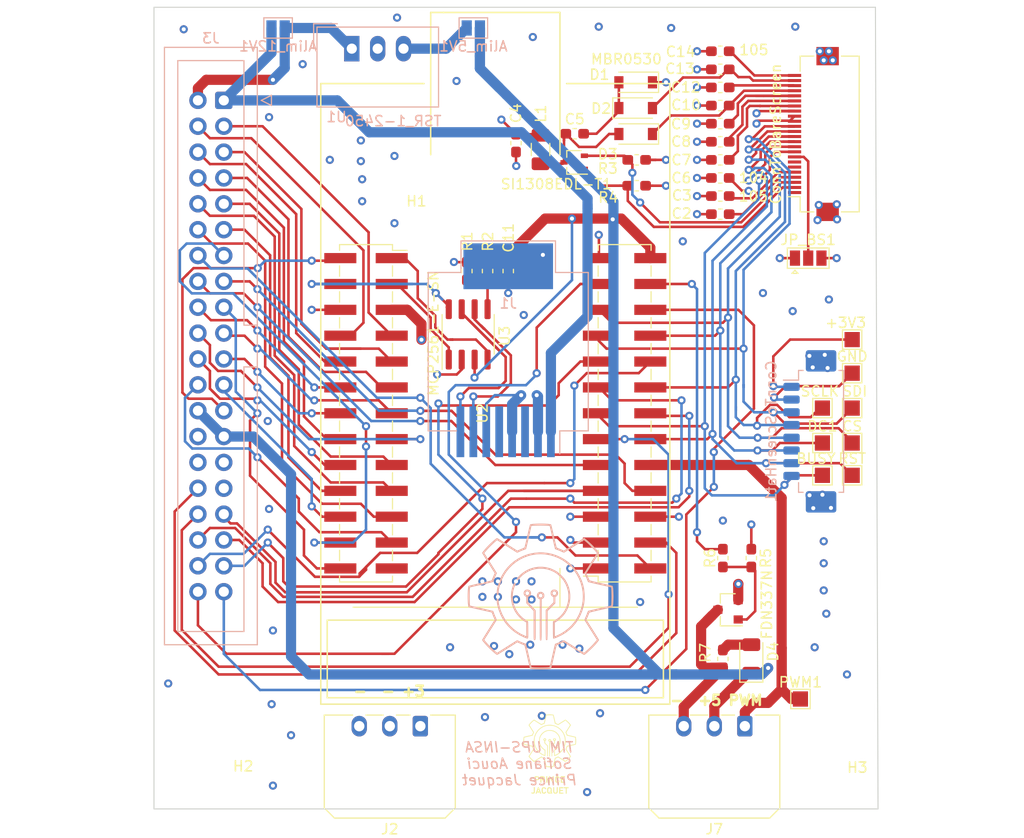
<source format=kicad_pcb>
(kicad_pcb (version 20171130) (host pcbnew 5.1.10)
  (layers (0 F.Cu signal) (1 In1.Cu power) (2 In2.Cu power) (31 B.Cu signal) (34 B.Paste user) (35 F.Paste user) (36 B.SilkS user) (37 F.SilkS user) (38 B.Mask user) (39 F.Mask user) (44 Edge.Cuts user))
  (net 0 "")
  (net 1 +5V)
  (net 2 VGL)
  (net 3 VGH)
  (net 4 "Net-(C5-Pad1)")
  (net 5 "Net-(C5-Pad2)")
  (net 6 VDD)
  (net 7 VPP)
  (net 8 VSH)
  (net 9 PREVGH)
  (net 10 VSL)
  (net 11 PREVGL)
  (net 12 VCOM)
  (net 13 "Net-(D4-Pad2)")
  (net 14 Marche_AVNT-ARRIER)
  (net 15 accelerateur)
  (net 16 ENC_SpeedSelector_ok)
  (net 17 ENC_SpeedSelector_CCW)
  (net 18 LIGHTS_Back)
  (net 19 TURN_Sgnl_LEFT)
  (net 20 menu_up)
  (net 21 wiper_speed)
  (net 22 ADC_current_Selector)
  (net 23 BRAKE)
  (net 24 ENC_SpeedSelector_CW)
  (net 25 LIGHTS_Front)
  (net 26 TURN_Sgnl_RIGHT)
  (net 27 menu_ok)
  (net 28 menu_down)
  (net 29 SDI)
  (net 30 SCLK)
  (net 31 CS)
  (net 32 D_C)
  (net 33 RST)
  (net 34 BUSY)
  (net 35 HLT_CTL)
  (net 36 GDR)
  (net 37 RESE)
  (net 38 TSCL)
  (net 39 TSDA)
  (net 40 BS)
  (net 41 PWM_wiper)
  (net 42 "Net-(Q2-Pad1)")
  (net 43 "Net-(R1-Pad1)")
  (net 44 power_wiper)
  (net 45 CAN_Rx)
  (net 46 CAN_Tx)
  (net 47 CAN_STBY)
  (net 48 ST_RST)
  (net 49 "Net-(J1-Pad6)")
  (net 50 "Net-(J1-Pad4)")
  (net 51 GND)
  (net 52 +3V3)
  (net 53 CANL)
  (net 54 CANH)
  (net 55 PB6)
  (net 56 PA6)
  (net 57 PA7)
  (net 58 PA8)
  (net 59 PA2)
  (net 60 PB10)
  (net 61 PB12)
  (net 62 PC8)
  (net 63 PB5)
  (net 64 PB7)
  (net 65 PA5)
  (net 66 VBAT)
  (net 67 PA0)
  (net 68 PA4)
  (net 69 PB11)
  (net 70 PB14)
  (net 71 5VUSB)
  (net 72 "Net-(J7-Pad3)")
  (net 73 POWER_SWITCH)
  (net 74 +12V)
  (net 75 "Net-(Alim_5V1-Pad1)")
  (module "PRINCE LOGO:prince_2_5cm_logo" (layer B.Cu) (at 147.701 86.5759 180)
    (fp_text reference G*** hide)
    (fp_text value LOGO hide)
  )
  (module "PRINCE LOGO:prince_1_2cm_logo_nom" (layer F.Cu) (at 148.6027 102.0572)
    (fp_text reference G*** hide)
    (fp_text value LOGO hide)
  )
  (module Connector_RJ:RJ45_Molex_0855135013_Vertical (layer B.Cu) (at 144.272 78.232 270)
    (fp_text reference J1 (at -20.447 -0.254) (layer B.SilkS) (effects (justify mirror)))
    (fp_text value RJ45_CANBUS)
    (pad L smd rect (at -24.092 -0.254 180) (size 8.8 4.5) (layers B.Cu B.Paste B.Mask) (net 51 GND))
    (pad 8 smd rect (at -7.84 -4.445) (size 0.76 5) (layers B.Cu B.Paste B.Mask) (net 74 +12V))
    (pad 7 smd rect (at -7.84 -3.175) (size 0.76 5) (layers B.Cu B.Paste B.Mask) (net 51 GND))
    (pad 6 smd rect (at -7.84 -1.905) (size 0.76 5) (layers B.Cu B.Paste B.Mask) (net 49 "Net-(J1-Pad6)"))
    (pad 5 smd rect (at -7.84 -0.635) (size 0.76 5) (layers B.Cu B.Paste B.Mask) (net 51 GND))
    (pad 4 smd rect (at -7.84 0.635) (size 0.76 5) (layers B.Cu B.Paste B.Mask) (net 50 "Net-(J1-Pad4)"))
    (pad 3 smd rect (at -7.84 1.905) (size 0.76 5) (layers B.Cu B.Paste B.Mask) (net 51 GND))
    (pad 2 smd rect (at -7.84 3.175) (size 0.76 5) (layers B.Cu B.Paste B.Mask) (net 53 CANL))
    (pad 1 smd rect (at -7.84 4.445) (size 0.76 5) (layers B.Cu B.Paste B.Mask) (net 54 CANH))
  )
  (module Connector_Molex:Molex_PicoBlade_53261-0871_1x08-1MP_P1.25mm_Horizontal (layer B.Cu) (at 174.752 70.358 270)
    (fp_text reference ConnToScreenHat1 (at 0 4.4 90) (layer B.SilkS) (effects (justify mirror)))
    (fp_text value Conn_01x08)
    (pad MP smd roundrect (at 6.925 -0.5 270) (size 2.1 3) (layers B.Cu B.Paste B.Mask) (roundrect_rratio 0.119))
    (pad MP smd roundrect (at -6.925 -0.5 270) (size 2.1 3) (layers B.Cu B.Paste B.Mask) (roundrect_rratio 0.119))
    (pad 8 smd roundrect (at 4.375 2.4 270) (size 0.8 1.6) (layers B.Cu B.Paste B.Mask) (net 34 BUSY))
    (pad 7 smd roundrect (at 3.125 2.4 270) (size 0.8 1.6) (layers B.Cu B.Paste B.Mask) (net 33 RST))
    (pad 6 smd roundrect (at 1.875 2.4 270) (size 0.8 1.6) (layers B.Cu B.Paste B.Mask) (net 32 D_C))
    (pad 5 smd roundrect (at 0.625 2.4 270) (size 0.8 1.6) (layers B.Cu B.Paste B.Mask) (net 31 CS))
    (pad 4 smd roundrect (at -0.625 2.4 270) (size 0.8 1.6) (layers B.Cu B.Paste B.Mask) (net 30 SCLK))
    (pad 3 smd roundrect (at -1.875 2.4 270) (size 0.8 1.6) (layers B.Cu B.Paste B.Mask) (net 29 SDI))
    (pad 2 smd roundrect (at -3.125 2.4 270) (size 0.8 1.6) (layers B.Cu B.Paste B.Mask) (net 51 GND))
    (pad 1 smd roundrect (at -4.375 2.4 270) (size 0.8 1.6) (layers B.Cu B.Paste B.Mask) (net 52 +3V3))
  )
  (module Connector_Molex:Molex_Micro-Fit_3.0_43650-0300_1x03_P3.00mm_Horizontal (layer F.Cu) (at 135.89 99.314 180)
    (fp_text reference J2 (at 3 -10.12) (layer F.SilkS))
    (fp_text value Conn_01x03)
    (pad 3 thru_hole oval (at 6 0 180) (size 1.5 2.02) (drill 1.02) (layers *.Cu *.Mask) (net 51 GND))
    (pad 2 thru_hole oval (at 3 0 180) (size 1.5 2.02) (drill 1.02) (layers *.Cu *.Mask) (net 51 GND))
    (pad 1 thru_hole roundrect (at 0 0 180) (size 1.5 2.02) (drill 1.02) (layers *.Cu *.Mask) (roundrect_rratio 0.1666666666666667) (net 52 +3V3))
    (pad "" np_thru_hole circle (at 3 -4.32 180) (size 3 3) (drill 3) (layers *.Cu *.Mask))
  )
  (module Connector_Molex:Molex_Micro-Fit_3.0_43650-0300_1x03_P3.00mm_Horizontal (layer F.Cu) (at 167.767 99.314 180)
    (fp_text reference J7 (at 3 -10.12) (layer F.SilkS))
    (fp_text value Conn_01x03)
    (pad 3 thru_hole oval (at 6 0 180) (size 1.5 2.02) (drill 1.02) (layers *.Cu *.Mask) (net 72 "Net-(J7-Pad3)"))
    (pad 2 thru_hole oval (at 3 0 180) (size 1.5 2.02) (drill 1.02) (layers *.Cu *.Mask) (net 1 +5V))
    (pad 1 thru_hole roundrect (at 0 0 180) (size 1.5 2.02) (drill 1.02) (layers *.Cu *.Mask) (roundrect_rratio 0.1666666666666667) (net 41 PWM_wiper))
    (pad "" np_thru_hole circle (at 3 -4.32 180) (size 3 3) (drill 3) (layers *.Cu *.Mask))
  )
  (module MountingHole:MountingHole_3.5mm (layer F.Cu) (at 175.895 103.124)
    (fp_text reference H3 (at 2.921 0.254) (layer F.SilkS))
    (fp_text value MountingHole)
    (pad 1 np_thru_hole circle (at 0 0) (size 3.5 3.5) (drill 3.5) (layers *.Cu *.Mask))
  )
  (module MountingHole:MountingHole_3.5mm (layer F.Cu) (at 115.57 103.124)
    (fp_text reference H2 (at 2.921 0.127) (layer F.SilkS))
    (fp_text value MountingHole)
    (pad 1 np_thru_hole circle (at 0 0) (size 3.5 3.5) (drill 3.5) (layers *.Cu *.Mask))
  )
  (module MountingHole:MountingHole_3.5mm (layer F.Cu) (at 138.43 47.752)
    (fp_text reference H1 (at -2.921 0) (layer F.SilkS))
    (fp_text value MountingHole)
    (pad 1 np_thru_hole circle (at 0 0) (size 3.5 3.5) (drill 3.5) (layers *.Cu *.Mask))
  )
  (module Converter_DCDC:Converter_DCDC_TRACO_TSR-1_THT (layer B.Cu) (at 129.159 32.766)
    (fp_text reference U1 (at -1.5 6.71) (layer B.SilkS) (effects (justify mirror)))
    (fp_text value TSR_1-2450 (at 4.064 7.112) (layer B.SilkS) (effects (justify mirror)))
    (pad 1 thru_hole rect (at 0 0) (size 1.5 2.5) (drill 1) (layers *.Cu *.Mask) (net 73 POWER_SWITCH))
    (pad 2 thru_hole oval (at 2.54 0) (size 1.5 2.5) (drill 1) (layers *.Cu *.Mask) (net 51 GND))
    (pad 3 thru_hole oval (at 5.08 0) (size 1.5 2.5) (drill 1) (layers *.Cu *.Mask) (net 75 "Net-(Alim_5V1-Pad1)"))
  )
  (module TIM_Microcontrollers_V5:STM32H103-Olimex_SMD (layer F.Cu) (at 144.526 67.31 270)
    (fp_text reference U2 (at 1.27 2.54 90) (layer F.SilkS))
    (fp_text value STM32H103-OlimexBoard)
    (pad 27 smd rect (at 16.51 -8.905 180) (size 3.15 1) (layers F.Cu F.Paste F.Mask) (net 52 +3V3))
    (pad 50 smd rect (at -11.43 -13.955 180) (size 3.15 1) (layers F.Cu F.Paste F.Mask) (net 44 power_wiper))
    (pad 48 smd rect (at -8.89 -13.955 180) (size 3.15 1) (layers F.Cu F.Paste F.Mask) (net 62 PC8))
    (pad 37 smd rect (at 3.81 -8.905 180) (size 3.15 1) (layers F.Cu F.Paste F.Mask) (net 68 PA4))
    (pad 34 smd rect (at 8.89 -13.955 180) (size 3.15 1) (layers F.Cu F.Paste F.Mask) (net 20 menu_up))
    (pad 47 smd rect (at -8.89 -8.905 180) (size 3.15 1) (layers F.Cu F.Paste F.Mask) (net 31 CS))
    (pad 45 smd rect (at -6.35 -8.905 180) (size 3.15 1) (layers F.Cu F.Paste F.Mask) (net 29 SDI))
    (pad 40 smd rect (at 1.27 -13.955 180) (size 3.15 1) (layers F.Cu F.Paste F.Mask) (net 60 PB10))
    (pad 36 smd rect (at 6.35 -13.955 180) (size 3.15 1) (layers F.Cu F.Paste F.Mask) (net 41 PWM_wiper))
    (pad 28 smd rect (at 16.51 -13.955 180) (size 3.15 1) (layers F.Cu F.Paste F.Mask) (net 27 menu_ok))
    (pad 29 smd rect (at 13.97 -8.905 180) (size 3.15 1) (layers F.Cu F.Paste F.Mask) (net 51 GND))
    (pad 49 smd rect (at -11.43 -8.905 180) (size 3.15 1) (layers F.Cu F.Paste F.Mask) (net 71 5VUSB))
    (pad 33 smd rect (at 8.89 -8.905 180) (size 3.15 1) (layers F.Cu F.Paste F.Mask) (net 59 PA2))
    (pad 42 smd rect (at -1.27 -13.955 180) (size 3.15 1) (layers F.Cu F.Paste F.Mask) (net 30 SCLK))
    (pad 31 smd rect (at 11.43 -8.905 180) (size 3.15 1) (layers F.Cu F.Paste F.Mask) (net 52 +3V3))
    (pad 39 smd rect (at 1.27 -8.905 180) (size 3.15 1) (layers F.Cu F.Paste F.Mask) (net 34 BUSY))
    (pad 38 smd rect (at 3.81 -13.955 180) (size 3.15 1) (layers F.Cu F.Paste F.Mask) (net 33 RST))
    (pad 46 smd rect (at -6.35 -13.955 180) (size 3.15 1) (layers F.Cu F.Paste F.Mask) (net 32 D_C))
    (pad 41 smd rect (at -1.27 -8.905 180) (size 3.15 1) (layers F.Cu F.Paste F.Mask) (net 69 PB11))
    (pad 32 smd rect (at 11.43 -13.955 180) (size 3.15 1) (layers F.Cu F.Paste F.Mask) (net 51 GND))
    (pad 30 smd rect (at 13.97 -13.955 180) (size 3.15 1) (layers F.Cu F.Paste F.Mask) (net 67 PA0))
    (pad 44 smd rect (at -3.81 -13.955 180) (size 3.15 1) (layers F.Cu F.Paste F.Mask) (net 70 PB14))
    (pad 43 smd rect (at -3.81 -8.905 180) (size 3.15 1) (layers F.Cu F.Paste F.Mask) (net 61 PB12))
    (pad 35 smd rect (at 6.35 -8.905 180) (size 3.15 1) (layers F.Cu F.Paste F.Mask) (net 28 menu_down))
    (pad 52 smd rect (at -13.97 -13.955 180) (size 3.15 1) (layers F.Cu F.Paste F.Mask) (net 1 +5V))
    (pad 51 smd rect (at -13.97 -8.905 180) (size 3.15 1) (layers F.Cu F.Paste F.Mask) (net 51 GND))
    (pad 1 smd rect (at -13.97 11.445) (size 3.15 1) (layers F.Cu F.Paste F.Mask) (net 45 CAN_Rx))
    (pad 24 smd rect (at 13.97 16.495) (size 3.15 1) (layers F.Cu F.Paste F.Mask) (net 19 TURN_Sgnl_LEFT))
    (pad 22 smd rect (at 11.43 16.495) (size 3.15 1) (layers F.Cu F.Paste F.Mask) (net 57 PA7))
    (pad 11 smd rect (at -1.27 11.445) (size 3.15 1) (layers F.Cu F.Paste F.Mask) (net 16 ENC_SpeedSelector_ok))
    (pad 8 smd rect (at -6.35 16.495) (size 3.15 1) (layers F.Cu F.Paste F.Mask) (net 22 ADC_current_Selector))
    (pad 21 smd rect (at 11.43 11.445) (size 3.15 1) (layers F.Cu F.Paste F.Mask) (net 26 TURN_Sgnl_RIGHT))
    (pad 19 smd rect (at 8.89 11.445) (size 3.15 1) (layers F.Cu F.Paste F.Mask) (net 25 LIGHTS_Front))
    (pad 14 smd rect (at 1.27 16.495) (size 3.15 1) (layers F.Cu F.Paste F.Mask) (net 56 PA6))
    (pad 10 smd rect (at -3.81 16.495) (size 3.15 1) (layers F.Cu F.Paste F.Mask) (net 23 BRAKE))
    (pad 2 smd rect (at -13.97 16.495) (size 3.15 1) (layers F.Cu F.Paste F.Mask) (net 58 PA8))
    (pad 3 smd rect (at -11.43 11.445) (size 3.15 1) (layers F.Cu F.Paste F.Mask) (net 46 CAN_Tx))
    (pad 23 smd rect (at 13.97 11.445) (size 3.15 1) (layers F.Cu F.Paste F.Mask) (net 66 VBAT))
    (pad 7 smd rect (at -6.35 11.445) (size 3.15 1) (layers F.Cu F.Paste F.Mask) (net 14 Marche_AVNT-ARRIER))
    (pad 16 smd rect (at 3.81 16.495) (size 3.15 1) (layers F.Cu F.Paste F.Mask) (net 24 ENC_SpeedSelector_CW))
    (pad 5 smd rect (at -8.89 11.445) (size 3.15 1) (layers F.Cu F.Paste F.Mask) (net 52 +3V3))
    (pad 13 smd rect (at 1.27 11.445) (size 3.15 1) (layers F.Cu F.Paste F.Mask) (net 55 PB6))
    (pad 12 smd rect (at -1.27 16.495) (size 3.15 1) (layers F.Cu F.Paste F.Mask) (net 63 PB5))
    (pad 20 smd rect (at 8.89 16.495) (size 3.15 1) (layers F.Cu F.Paste F.Mask) (net 18 LIGHTS_Back))
    (pad 15 smd rect (at 3.81 11.445) (size 3.15 1) (layers F.Cu F.Paste F.Mask) (net 64 PB7))
    (pad 6 smd rect (at -8.89 16.495) (size 3.15 1) (layers F.Cu F.Paste F.Mask) (net 51 GND))
    (pad 4 smd rect (at -11.43 16.495) (size 3.15 1) (layers F.Cu F.Paste F.Mask) (net 47 CAN_STBY))
    (pad 18 smd rect (at 6.35 16.495) (size 3.15 1) (layers F.Cu F.Paste F.Mask) (net 65 PA5))
    (pad 17 smd rect (at 6.35 11.445) (size 3.15 1) (layers F.Cu F.Paste F.Mask) (net 17 ENC_SpeedSelector_CCW))
    (pad 9 smd rect (at -3.81 11.445) (size 3.15 1) (layers F.Cu F.Paste F.Mask) (net 15 accelerateur))
    (pad 26 smd rect (at 16.51 16.495) (size 3.15 1) (layers F.Cu F.Paste F.Mask) (net 21 wiper_speed))
    (pad 25 smd rect (at 16.51 11.445) (size 3.15 1) (layers F.Cu F.Paste F.Mask) (net 48 ST_RST))
  )
  (module Capacitor_SMD:C_0603_1608Metric_Pad1.05x0.95mm_HandSolder (layer F.Cu) (at 165.354 33.02)
    (fp_text reference C14 (at -3.8989 0.0508) (layer F.SilkS))
    (fp_text value 105 (at 3.302 -0.127) (layer F.SilkS))
    (pad 2 smd roundrect (at 0.875 0) (size 1.05 0.95) (layers F.Cu F.Paste F.Mask) (net 12 VCOM))
    (pad 1 smd roundrect (at -0.875 0) (size 1.05 0.95) (layers F.Cu F.Paste F.Mask) (net 51 GND))
  )
  (module Capacitor_SMD:C_0603_1608Metric_Pad1.05x0.95mm_HandSolder (layer F.Cu) (at 165.354 34.798)
    (fp_text reference C13 (at -3.9624 -0.0635) (layer F.SilkS))
    (fp_text value 105)
    (pad 2 smd roundrect (at 0.875 0) (size 1.05 0.95) (layers F.Cu F.Paste F.Mask) (net 11 PREVGL))
    (pad 1 smd roundrect (at -0.875 0) (size 1.05 0.95) (layers F.Cu F.Paste F.Mask) (net 51 GND))
  )
  (module Capacitor_SMD:C_0603_1608Metric_Pad1.05x0.95mm_HandSolder (layer F.Cu) (at 165.354 36.576)
    (fp_text reference C12 (at -3.4036 -0.0127) (layer F.SilkS))
    (fp_text value 105)
    (pad 2 smd roundrect (at 0.875 0) (size 1.05 0.95) (layers F.Cu F.Paste F.Mask) (net 10 VSL))
    (pad 1 smd roundrect (at -0.875 0) (size 1.05 0.95) (layers F.Cu F.Paste F.Mask) (net 51 GND))
  )
  (module Capacitor_SMD:C_0603_1608Metric_Pad1.05x0.95mm_HandSolder (layer F.Cu) (at 144.526 54.61 90)
    (fp_text reference C11 (at 3.2639 0.0254 90) (layer F.SilkS))
    (fp_text value 100n)
    (pad 2 smd roundrect (at 0.875 0 90) (size 1.05 0.95) (layers F.Cu F.Paste F.Mask) (net 1 +5V))
    (pad 1 smd roundrect (at -0.875 0 90) (size 1.05 0.95) (layers F.Cu F.Paste F.Mask) (net 51 GND))
  )
  (module Capacitor_SMD:C_0603_1608Metric_Pad1.05x0.95mm_HandSolder (layer F.Cu) (at 165.354 38.354)
    (fp_text reference C10 (at -3.3655 -0.0635) (layer F.SilkS))
    (fp_text value 105)
    (pad 2 smd roundrect (at 0.875 0) (size 1.05 0.95) (layers F.Cu F.Paste F.Mask) (net 9 PREVGH))
    (pad 1 smd roundrect (at -0.875 0) (size 1.05 0.95) (layers F.Cu F.Paste F.Mask) (net 51 GND))
  )
  (module Capacitor_SMD:C_0603_1608Metric_Pad1.05x0.95mm_HandSolder (layer F.Cu) (at 165.354 40.132)
    (fp_text reference C9 (at -3.8608 0.0381) (layer F.SilkS))
    (fp_text value 105)
    (pad 2 smd roundrect (at 0.875 0) (size 1.05 0.95) (layers F.Cu F.Paste F.Mask) (net 8 VSH))
    (pad 1 smd roundrect (at -0.875 0) (size 1.05 0.95) (layers F.Cu F.Paste F.Mask) (net 51 GND))
  )
  (module Capacitor_SMD:C_0603_1608Metric_Pad1.05x0.95mm_HandSolder (layer F.Cu) (at 165.354 41.91)
    (fp_text reference C8 (at -3.8481 -0.0127) (layer F.SilkS))
    (fp_text value 105)
    (pad 2 smd roundrect (at 0.875 0) (size 1.05 0.95) (layers F.Cu F.Paste F.Mask) (net 7 VPP))
    (pad 1 smd roundrect (at -0.875 0) (size 1.05 0.95) (layers F.Cu F.Paste F.Mask) (net 51 GND))
  )
  (module Capacitor_SMD:C_0603_1608Metric_Pad1.05x0.95mm_HandSolder (layer F.Cu) (at 165.354 43.688)
    (fp_text reference C7 (at -3.8227 0.0127) (layer F.SilkS))
    (fp_text value 105)
    (pad 2 smd roundrect (at 0.875 0) (size 1.05 0.95) (layers F.Cu F.Paste F.Mask) (net 6 VDD))
    (pad 1 smd roundrect (at -0.875 0) (size 1.05 0.95) (layers F.Cu F.Paste F.Mask) (net 51 GND))
  )
  (module Capacitor_SMD:C_0603_1608Metric_Pad1.05x0.95mm_HandSolder (layer F.Cu) (at 165.354 45.466)
    (fp_text reference C6 (at -3.8227 0 180) (layer F.SilkS))
    (fp_text value 104 (at 3.2512 -0.0254 180) (layer F.SilkS))
    (pad 2 smd roundrect (at 0.875 0) (size 1.05 0.95) (layers F.Cu F.Paste F.Mask) (net 52 +3V3))
    (pad 1 smd roundrect (at -0.875 0) (size 1.05 0.95) (layers F.Cu F.Paste F.Mask) (net 51 GND))
  )
  (module Capacitor_SMD:C_0603_1608Metric_Pad1.05x0.95mm_HandSolder (layer F.Cu) (at 151.053 41.122)
    (fp_text reference C5 (at 0 -1.43) (layer F.SilkS))
    (fp_text value 4.7u)
    (pad 2 smd roundrect (at 0.875 0) (size 1.05 0.95) (layers F.Cu F.Paste F.Mask) (net 5 "Net-(C5-Pad2)"))
    (pad 1 smd roundrect (at -0.875 0) (size 1.05 0.95) (layers F.Cu F.Paste F.Mask) (net 4 "Net-(C5-Pad1)"))
  )
  (module Capacitor_SMD:C_0603_1608Metric_Pad1.05x0.95mm_HandSolder (layer F.Cu) (at 145.288 42.042 90)
    (fp_text reference C4 (at 2.9387 0 90) (layer F.SilkS))
    (fp_text value 4.7u)
    (pad 2 smd roundrect (at 0.875 0 90) (size 1.05 0.95) (layers F.Cu F.Paste F.Mask) (net 52 +3V3))
    (pad 1 smd roundrect (at -0.875 0 90) (size 1.05 0.95) (layers F.Cu F.Paste F.Mask) (net 51 GND))
  )
  (module Capacitor_SMD:C_0603_1608Metric_Pad1.05x0.95mm_HandSolder (layer F.Cu) (at 165.354 47.244)
    (fp_text reference C3 (at -3.7719 -0.0635) (layer F.SilkS))
    (fp_text value 105 (at 3.2512 0.0254) (layer F.SilkS))
    (pad 2 smd roundrect (at 0.875 0) (size 1.05 0.95) (layers F.Cu F.Paste F.Mask) (net 3 VGH))
    (pad 1 smd roundrect (at -0.875 0) (size 1.05 0.95) (layers F.Cu F.Paste F.Mask) (net 51 GND))
  )
  (module Capacitor_SMD:C_0603_1608Metric_Pad1.05x0.95mm_HandSolder (layer F.Cu) (at 165.354 49.022)
    (fp_text reference C2 (at -3.7973 -0.0635) (layer F.SilkS))
    (fp_text value 105)
    (pad 2 smd roundrect (at 0.875 0) (size 1.05 0.95) (layers F.Cu F.Paste F.Mask) (net 2 VGL))
    (pad 1 smd roundrect (at -0.875 0) (size 1.05 0.95) (layers F.Cu F.Paste F.Mask) (net 51 GND))
  )
  (module Diode_SMD:D_SOD-123 (layer F.Cu) (at 157.042 36.068 180)
    (fp_text reference D1 (at 3.5625 0.7493) (layer F.SilkS))
    (fp_text value MBR0530 (at 0.9082 2.2733) (layer F.SilkS))
    (pad 1 smd rect (at -1.65 0 180) (size 0.9 1.2) (layers F.Cu F.Paste F.Mask) (net 51 GND))
    (pad 2 smd rect (at 1.65 0 180) (size 0.9 1.2) (layers F.Cu F.Paste F.Mask) (net 5 "Net-(C5-Pad2)"))
  )
  (module Diode_SMD:D_SOD-123 (layer F.Cu) (at 157.042 38.598858)
    (fp_text reference D2 (at -3.3974 0.047242) (layer F.SilkS))
    (fp_text value MBR0530)
    (pad 2 smd rect (at 1.65 0) (size 0.9 1.2) (layers F.Cu F.Paste F.Mask) (net 11 PREVGL))
    (pad 1 smd rect (at -1.65 0) (size 0.9 1.2) (layers F.Cu F.Paste F.Mask) (net 5 "Net-(C5-Pad2)"))
  )
  (module Diode_SMD:D_SOD-123 (layer F.Cu) (at 157.042 41.148 180)
    (fp_text reference D3 (at 2.737 -1.9812) (layer F.SilkS))
    (fp_text value MBR0530)
    (pad 1 smd rect (at -1.65 0 180) (size 0.9 1.2) (layers F.Cu F.Paste F.Mask) (net 9 PREVGH))
    (pad 2 smd rect (at 1.65 0 180) (size 0.9 1.2) (layers F.Cu F.Paste F.Mask) (net 4 "Net-(C5-Pad1)"))
  )
  (module Inductor_SMD:L_1206_3216Metric (layer F.Cu) (at 147.701 42.672 270)
    (fp_text reference L1 (at -3.5179 -0.0254 90) (layer F.SilkS))
    (fp_text value L_Core_Ferrite)
    (pad 1 smd roundrect (at -1.4 0 270) (size 1.25 1.75) (layers F.Cu F.Paste F.Mask) (roundrect_rratio 0.2) (net 52 +3V3))
    (pad 2 smd roundrect (at 1.4 0 270) (size 1.25 1.75) (layers F.Cu F.Paste F.Mask) (roundrect_rratio 0.2) (net 4 "Net-(C5-Pad1)"))
  )
  (module Package_TO_SOT_SMD:SOT-323_SC-70 (layer F.Cu) (at 151.003 43.9362 180)
    (fp_text reference SI1308EDL-T1 (at 1.7526 -2.1394) (layer F.SilkS))
    (fp_text value Si1304BDL)
    (pad 1 smd rect (at -1 -0.65 90) (size 0.45 0.7) (layers F.Cu F.Paste F.Mask) (net 36 GDR))
    (pad 2 smd rect (at -1 0.65 90) (size 0.45 0.7) (layers F.Cu F.Paste F.Mask) (net 37 RESE))
    (pad 3 smd rect (at 1 0 90) (size 0.45 0.7) (layers F.Cu F.Paste F.Mask) (net 4 "Net-(C5-Pad1)"))
  )
  (module Connector_IDC:IDC-Header_2x20_P2.54mm_Vertical (layer B.Cu) (at 116.586 37.846 180)
    (fp_text reference J3 (at 1.27 6.1) (layer B.SilkS) (effects (justify mirror)))
    (fp_text value Conn_01x40)
    (pad 1 thru_hole roundrect (at 0 0 180) (size 1.7 1.7) (drill 1) (layers *.Cu *.Mask) (roundrect_rratio 0.1470588235294118) (net 74 +12V))
    (pad 3 thru_hole circle (at 0 -2.54 180) (size 1.7 1.7) (drill 1) (layers *.Cu *.Mask) (net 14 Marche_AVNT-ARRIER))
    (pad 5 thru_hole circle (at 0 -5.08 180) (size 1.7 1.7) (drill 1) (layers *.Cu *.Mask) (net 15 accelerateur))
    (pad 7 thru_hole circle (at 0 -7.62 180) (size 1.7 1.7) (drill 1) (layers *.Cu *.Mask) (net 16 ENC_SpeedSelector_ok))
    (pad 9 thru_hole circle (at 0 -10.16 180) (size 1.7 1.7) (drill 1) (layers *.Cu *.Mask) (net 17 ENC_SpeedSelector_CCW))
    (pad 11 thru_hole circle (at 0 -12.7 180) (size 1.7 1.7) (drill 1) (layers *.Cu *.Mask) (net 18 LIGHTS_Back))
    (pad 13 thru_hole circle (at 0 -15.24 180) (size 1.7 1.7) (drill 1) (layers *.Cu *.Mask) (net 19 TURN_Sgnl_LEFT))
    (pad 15 thru_hole circle (at 0 -17.78 180) (size 1.7 1.7) (drill 1) (layers *.Cu *.Mask) (net 20 menu_up))
    (pad 17 thru_hole circle (at 0 -20.32 180) (size 1.7 1.7) (drill 1) (layers *.Cu *.Mask) (net 21 wiper_speed))
    (pad 19 thru_hole circle (at 0 -22.86 180) (size 1.7 1.7) (drill 1) (layers *.Cu *.Mask) (net 55 PB6))
    (pad 21 thru_hole circle (at 0 -25.4 180) (size 1.7 1.7) (drill 1) (layers *.Cu *.Mask) (net 56 PA6))
    (pad 23 thru_hole circle (at 0 -27.94 180) (size 1.7 1.7) (drill 1) (layers *.Cu *.Mask) (net 57 PA7))
    (pad 25 thru_hole circle (at 0 -30.48 180) (size 1.7 1.7) (drill 1) (layers *.Cu *.Mask) (net 58 PA8))
    (pad 27 thru_hole circle (at 0 -33.02 180) (size 1.7 1.7) (drill 1) (layers *.Cu *.Mask) (net 1 +5V))
    (pad 29 thru_hole circle (at 0 -35.56 180) (size 1.7 1.7) (drill 1) (layers *.Cu *.Mask) (net 51 GND))
    (pad 31 thru_hole circle (at 0 -38.1 180) (size 1.7 1.7) (drill 1) (layers *.Cu *.Mask) (net 52 +3V3))
    (pad 33 thru_hole circle (at 0 -40.64 180) (size 1.7 1.7) (drill 1) (layers *.Cu *.Mask) (net 59 PA2))
    (pad 35 thru_hole circle (at 0 -43.18 180) (size 1.7 1.7) (drill 1) (layers *.Cu *.Mask) (net 60 PB10))
    (pad 37 thru_hole circle (at 0 -45.72 180) (size 1.7 1.7) (drill 1) (layers *.Cu *.Mask) (net 61 PB12))
    (pad 39 thru_hole circle (at 0 -48.26 180) (size 1.7 1.7) (drill 1) (layers *.Cu *.Mask) (net 62 PC8))
    (pad 2 thru_hole circle (at 2.54 0 180) (size 1.7 1.7) (drill 1) (layers *.Cu *.Mask) (net 73 POWER_SWITCH))
    (pad 4 thru_hole circle (at 2.54 -2.54 180) (size 1.7 1.7) (drill 1) (layers *.Cu *.Mask) (net 22 ADC_current_Selector))
    (pad 6 thru_hole circle (at 2.54 -5.08 180) (size 1.7 1.7) (drill 1) (layers *.Cu *.Mask) (net 23 BRAKE))
    (pad 8 thru_hole circle (at 2.54 -7.62 180) (size 1.7 1.7) (drill 1) (layers *.Cu *.Mask) (net 24 ENC_SpeedSelector_CW))
    (pad 10 thru_hole circle (at 2.54 -10.16 180) (size 1.7 1.7) (drill 1) (layers *.Cu *.Mask) (net 25 LIGHTS_Front))
    (pad 12 thru_hole circle (at 2.54 -12.7 180) (size 1.7 1.7) (drill 1) (layers *.Cu *.Mask) (net 26 TURN_Sgnl_RIGHT))
    (pad 14 thru_hole circle (at 2.54 -15.24 180) (size 1.7 1.7) (drill 1) (layers *.Cu *.Mask) (net 27 menu_ok))
    (pad 16 thru_hole circle (at 2.54 -17.78 180) (size 1.7 1.7) (drill 1) (layers *.Cu *.Mask) (net 28 menu_down))
    (pad 18 thru_hole circle (at 2.54 -20.32 180) (size 1.7 1.7) (drill 1) (layers *.Cu *.Mask) (net 63 PB5))
    (pad 20 thru_hole circle (at 2.54 -22.86 180) (size 1.7 1.7) (drill 1) (layers *.Cu *.Mask) (net 64 PB7))
    (pad 22 thru_hole circle (at 2.54 -25.4 180) (size 1.7 1.7) (drill 1) (layers *.Cu *.Mask) (net 65 PA5))
    (pad 24 thru_hole circle (at 2.54 -27.94 180) (size 1.7 1.7) (drill 1) (layers *.Cu *.Mask) (net 66 VBAT))
    (pad 26 thru_hole circle (at 2.54 -30.48 180) (size 1.7 1.7) (drill 1) (layers *.Cu *.Mask) (net 1 +5V))
    (pad 28 thru_hole circle (at 2.54 -33.02 180) (size 1.7 1.7) (drill 1) (layers *.Cu *.Mask) (net 51 GND))
    (pad 30 thru_hole circle (at 2.54 -35.56 180) (size 1.7 1.7) (drill 1) (layers *.Cu *.Mask) (net 52 +3V3))
    (pad 32 thru_hole circle (at 2.54 -38.1 180) (size 1.7 1.7) (drill 1) (layers *.Cu *.Mask) (net 67 PA0))
    (pad 34 thru_hole circle (at 2.54 -40.64 180) (size 1.7 1.7) (drill 1) (layers *.Cu *.Mask) (net 68 PA4))
    (pad 36 thru_hole circle (at 2.54 -43.18 180) (size 1.7 1.7) (drill 1) (layers *.Cu *.Mask) (net 69 PB11))
    (pad 38 thru_hole circle (at 2.54 -45.72 180) (size 1.7 1.7) (drill 1) (layers *.Cu *.Mask) (net 70 PB14))
    (pad 40 thru_hole circle (at 2.54 -48.26 180) (size 1.7 1.7) (drill 1) (layers *.Cu *.Mask) (net 71 5VUSB))
  )
  (module Diode_SMD:D_1206_3216Metric (layer F.Cu) (at 168.402 92.71 90)
    (fp_text reference D4 (at 0.7239 2.1336 270) (layer F.SilkS))
    (fp_text value D)
    (pad 1 smd roundrect (at -1.4 0 90) (size 1.25 1.75) (layers F.Cu F.Paste F.Mask) (roundrect_rratio 0.2) (net 1 +5V))
    (pad 2 smd roundrect (at 1.4 0 90) (size 1.25 1.75) (layers F.Cu F.Paste F.Mask) (roundrect_rratio 0.2) (net 13 "Net-(D4-Pad2)"))
  )
  (module Connector_FFC-FPC:Hirose_FH12-24S-0.5SH_1x24-1MP_P0.50mm_Horizontal (layer F.Cu) (at 174.498 41.148 90)
    (fp_text reference ConnToBareScreen (at 0 -3.7 90) (layer F.SilkS))
    (fp_text value FFC_PFC_Conn_01x24_0.5MM)
    (pad MP smd rect (at 7.65 1.4 90) (size 1.8 2.2) (layers F.Cu F.Paste F.Mask))
    (pad MP smd rect (at -7.65 1.4 90) (size 1.8 2.2) (layers F.Cu F.Paste F.Mask))
    (pad 1 smd rect (at -5.75 -1.85 90) (size 0.3 1.3) (layers F.Cu F.Paste F.Mask) (net 35 HLT_CTL))
    (pad 2 smd rect (at -5.25 -1.85 90) (size 0.3 1.3) (layers F.Cu F.Paste F.Mask) (net 36 GDR))
    (pad 3 smd rect (at -4.75 -1.85 90) (size 0.3 1.3) (layers F.Cu F.Paste F.Mask) (net 37 RESE))
    (pad 4 smd rect (at -4.25 -1.85 90) (size 0.3 1.3) (layers F.Cu F.Paste F.Mask) (net 2 VGL))
    (pad 5 smd rect (at -3.75 -1.85 90) (size 0.3 1.3) (layers F.Cu F.Paste F.Mask) (net 3 VGH))
    (pad 6 smd rect (at -3.25 -1.85 90) (size 0.3 1.3) (layers F.Cu F.Paste F.Mask) (net 38 TSCL))
    (pad 7 smd rect (at -2.75 -1.85 90) (size 0.3 1.3) (layers F.Cu F.Paste F.Mask) (net 39 TSDA))
    (pad 8 smd rect (at -2.25 -1.85 90) (size 0.3 1.3) (layers F.Cu F.Paste F.Mask) (net 40 BS))
    (pad 9 smd rect (at -1.75 -1.85 90) (size 0.3 1.3) (layers F.Cu F.Paste F.Mask) (net 34 BUSY))
    (pad 10 smd rect (at -1.25 -1.85 90) (size 0.3 1.3) (layers F.Cu F.Paste F.Mask) (net 33 RST))
    (pad 11 smd rect (at -0.75 -1.85 90) (size 0.3 1.3) (layers F.Cu F.Paste F.Mask) (net 32 D_C))
    (pad 12 smd rect (at -0.25 -1.85 90) (size 0.3 1.3) (layers F.Cu F.Paste F.Mask) (net 31 CS))
    (pad 13 smd rect (at 0.25 -1.85 90) (size 0.3 1.3) (layers F.Cu F.Paste F.Mask) (net 30 SCLK))
    (pad 14 smd rect (at 0.75 -1.85 90) (size 0.3 1.3) (layers F.Cu F.Paste F.Mask) (net 29 SDI))
    (pad 15 smd rect (at 1.25 -1.85 90) (size 0.3 1.3) (layers F.Cu F.Paste F.Mask) (net 52 +3V3))
    (pad 16 smd rect (at 1.75 -1.85 90) (size 0.3 1.3) (layers F.Cu F.Paste F.Mask) (net 52 +3V3))
    (pad 17 smd rect (at 2.25 -1.85 90) (size 0.3 1.3) (layers F.Cu F.Paste F.Mask) (net 51 GND))
    (pad 18 smd rect (at 2.75 -1.85 90) (size 0.3 1.3) (layers F.Cu F.Paste F.Mask) (net 6 VDD))
    (pad 19 smd rect (at 3.25 -1.85 90) (size 0.3 1.3) (layers F.Cu F.Paste F.Mask) (net 7 VPP))
    (pad 20 smd rect (at 3.75 -1.85 90) (size 0.3 1.3) (layers F.Cu F.Paste F.Mask) (net 8 VSH))
    (pad 21 smd rect (at 4.25 -1.85 90) (size 0.3 1.3) (layers F.Cu F.Paste F.Mask) (net 9 PREVGH))
    (pad 22 smd rect (at 4.75 -1.85 90) (size 0.3 1.3) (layers F.Cu F.Paste F.Mask) (net 10 VSL))
    (pad 23 smd rect (at 5.25 -1.85 90) (size 0.3 1.3) (layers F.Cu F.Paste F.Mask) (net 11 PREVGL))
    (pad 24 smd rect (at 5.75 -1.85 90) (size 0.3 1.3) (layers F.Cu F.Paste F.Mask) (net 12 VCOM))
  )
  (module Jumper:SolderJumper-2_P1.3mm_Open_Pad1.0x1.5mm (layer B.Cu) (at 121.92 30.734)
    (fp_text reference Alim_12V1 (at 0 1.8 180) (layer B.SilkS) (effects (justify mirror)))
    (fp_text value Jumper_NO_Small)
    (pad 2 smd rect (at 0.65 0) (size 1 1.5) (layers B.Cu B.Mask) (net 73 POWER_SWITCH))
    (pad 1 smd rect (at -0.65 0) (size 1 1.5) (layers B.Cu B.Mask) (net 74 +12V))
  )
  (module Jumper:SolderJumper-3_P1.3mm_Open_Pad1.0x1.5mm (layer F.Cu) (at 173.99 53.34)
    (fp_text reference JP_BS1 (at 0 -1.8 -180) (layer F.SilkS))
    (fp_text value SolderJumper_3_Open)
    (pad 3 smd rect (at 1.3 0) (size 1 1.5) (layers F.Cu F.Mask) (net 51 GND))
    (pad 2 smd rect (at 0 0) (size 1 1.5) (layers F.Cu F.Mask) (net 40 BS))
    (pad 1 smd rect (at -1.3 0) (size 1 1.5) (layers F.Cu F.Mask) (net 52 +3V3))
  )
  (module Package_TO_SOT_SMD:SOT-23 (layer F.Cu) (at 166.116 87.884 180)
    (fp_text reference Q2)
    (fp_text value FDN337N (at -3.81 0.508 270) (layer F.SilkS))
    (pad 1 smd rect (at -1 -0.95 180) (size 0.9 0.8) (layers F.Cu F.Paste F.Mask) (net 42 "Net-(Q2-Pad1)"))
    (pad 2 smd rect (at -1 0.95 180) (size 0.9 0.8) (layers F.Cu F.Paste F.Mask) (net 51 GND))
    (pad 3 smd rect (at 1 0 180) (size 0.9 0.8) (layers F.Cu F.Paste F.Mask) (net 72 "Net-(J7-Pad3)"))
  )
  (module Package_SO:SOIC-8_3.9x4.9mm_P1.27mm (layer F.Cu) (at 140.589 60.833 90)
    (fp_text reference U3 (at -0.1524 3.5814 270) (layer F.SilkS))
    (fp_text value MCP2561-E-SN (at 0.127 -3.429 270) (layer F.SilkS))
    (pad 1 smd roundrect (at -2.475 -1.905 90) (size 1.95 0.6) (layers F.Cu F.Paste F.Mask) (net 46 CAN_Tx))
    (pad 2 smd roundrect (at -2.475 -0.635 90) (size 1.95 0.6) (layers F.Cu F.Paste F.Mask) (net 51 GND))
    (pad 3 smd roundrect (at -2.475 0.635 90) (size 1.95 0.6) (layers F.Cu F.Paste F.Mask) (net 1 +5V))
    (pad 4 smd roundrect (at -2.475 1.905 90) (size 1.95 0.6) (layers F.Cu F.Paste F.Mask) (net 45 CAN_Rx))
    (pad 5 smd roundrect (at 2.475 1.905 90) (size 1.95 0.6) (layers F.Cu F.Paste F.Mask) (net 43 "Net-(R1-Pad1)"))
    (pad 6 smd roundrect (at 2.475 0.635 90) (size 1.95 0.6) (layers F.Cu F.Paste F.Mask) (net 53 CANL))
    (pad 7 smd roundrect (at 2.475 -0.635 90) (size 1.95 0.6) (layers F.Cu F.Paste F.Mask) (net 54 CANH))
    (pad 8 smd roundrect (at 2.475 -1.905 90) (size 1.95 0.6) (layers F.Cu F.Paste F.Mask) (net 47 CAN_STBY))
  )
  (module Jumper:SolderJumper-2_P1.3mm_Open_Pad1.0x1.5mm (layer B.Cu) (at 141.097 30.734)
    (fp_text reference Alim_5V1 (at 0 1.8) (layer B.SilkS) (effects (justify mirror)))
    (fp_text value Jumper_NO_Small)
    (pad 2 smd rect (at 0.65 0) (size 1 1.5) (layers B.Cu B.Mask) (net 1 +5V))
    (pad 1 smd rect (at -0.65 0) (size 1 1.5) (layers B.Cu B.Mask) (net 75 "Net-(Alim_5V1-Pad1)"))
  )
  (module Resistor_SMD:R_0603_1608Metric_Pad1.05x0.95mm_HandSolder (layer F.Cu) (at 140.462 54.61 90)
    (fp_text reference R1 (at 2.9083 0.0254 270) (layer F.SilkS))
    (fp_text value 10k)
    (pad 2 smd roundrect (at 0.875 0 90) (size 1.05 0.95) (layers F.Cu F.Paste F.Mask) (net 51 GND))
    (pad 1 smd roundrect (at -0.875 0 90) (size 1.05 0.95) (layers F.Cu F.Paste F.Mask) (net 43 "Net-(R1-Pad1)"))
  )
  (module Resistor_SMD:R_0603_1608Metric_Pad1.05x0.95mm_HandSolder (layer F.Cu) (at 142.494 54.61 270)
    (fp_text reference R2 (at -2.8956 -0.0381 270) (layer F.SilkS))
    (fp_text value 10k)
    (pad 1 smd roundrect (at -0.875 0 270) (size 1.05 0.95) (layers F.Cu F.Paste F.Mask) (net 1 +5V))
    (pad 2 smd roundrect (at 0.875 0 270) (size 1.05 0.95) (layers F.Cu F.Paste F.Mask) (net 43 "Net-(R1-Pad1)"))
  )
  (module Resistor_SMD:R_0603_1608Metric_Pad1.05x0.95mm_HandSolder (layer F.Cu) (at 157.142 43.688)
    (fp_text reference R3 (at -2.837 0.8509) (layer F.SilkS))
    (fp_text value 47r)
    (pad 2 smd roundrect (at 0.875 0) (size 1.05 0.95) (layers F.Cu F.Paste F.Mask) (net 51 GND))
    (pad 1 smd roundrect (at -0.875 0) (size 1.05 0.95) (layers F.Cu F.Paste F.Mask) (net 37 RESE))
  )
  (module Resistor_SMD:R_0603_1608Metric_Pad1.05x0.95mm_HandSolder (layer F.Cu) (at 157.142 46.228)
    (fp_text reference R4 (at -2.7989 1.1557) (layer F.SilkS))
    (fp_text value 10k)
    (pad 1 smd roundrect (at -0.875 0) (size 1.05 0.95) (layers F.Cu F.Paste F.Mask) (net 36 GDR))
    (pad 2 smd roundrect (at 0.875 0) (size 1.05 0.95) (layers F.Cu F.Paste F.Mask) (net 51 GND))
  )
  (module Resistor_SMD:R_0603_1608Metric_Pad1.05x0.95mm_HandSolder (layer F.Cu) (at 168.402 82.804 270)
    (fp_text reference R5 (at 0 -1.43 90) (layer F.SilkS))
    (fp_text value 10k)
    (pad 1 smd roundrect (at -0.875 0 270) (size 1.05 0.95) (layers F.Cu F.Paste F.Mask) (net 51 GND))
    (pad 2 smd roundrect (at 0.875 0 270) (size 1.05 0.95) (layers F.Cu F.Paste F.Mask) (net 42 "Net-(Q2-Pad1)"))
  )
  (module Resistor_SMD:R_0603_1608Metric_Pad1.05x0.95mm_HandSolder (layer F.Cu) (at 165.608 82.804 90)
    (fp_text reference R6 (at 0 -1.27 90) (layer F.SilkS))
    (fp_text value 10)
    (pad 2 smd roundrect (at 0.875 0 90) (size 1.05 0.95) (layers F.Cu F.Paste F.Mask) (net 44 power_wiper))
    (pad 1 smd roundrect (at -0.875 0 90) (size 1.05 0.95) (layers F.Cu F.Paste F.Mask) (net 42 "Net-(Q2-Pad1)"))
  )
  (module Resistor_SMD:R_0603_1608Metric_Pad1.05x0.95mm_HandSolder (layer F.Cu) (at 165.608 92.71 270)
    (fp_text reference R7 (at -0.5969 1.7272 90) (layer F.SilkS))
    (fp_text value 10k)
    (pad 1 smd roundrect (at -0.875 0 270) (size 1.05 0.95) (layers F.Cu F.Paste F.Mask) (net 13 "Net-(D4-Pad2)"))
    (pad 2 smd roundrect (at 0.875 0 270) (size 1.05 0.95) (layers F.Cu F.Paste F.Mask) (net 72 "Net-(J7-Pad3)"))
  )
  (module TestPoint:TestPoint_Pad_1.5x1.5mm (layer F.Cu) (at 175.387 74.676)
    (fp_text reference BUSY (at -0.635 -1.648) (layer F.SilkS))
    (fp_text value TestPoint)
    (pad 1 smd rect (at 0 0) (size 1.5 1.5) (layers F.Cu F.Mask) (net 34 BUSY))
  )
  (module TestPoint:TestPoint_Pad_1.5x1.5mm (layer F.Cu) (at 178.308 74.676)
    (fp_text reference RST (at 0 -1.648) (layer F.SilkS))
    (fp_text value TestPoint)
    (pad 1 smd rect (at 0 0) (size 1.5 1.5) (layers F.Cu F.Mask) (net 33 RST))
  )
  (module TestPoint:TestPoint_Pad_1.5x1.5mm (layer F.Cu) (at 175.387 71.501)
    (fp_text reference DC1 (at 0 -1.648) (layer F.SilkS))
    (fp_text value TestPoint)
    (pad 1 smd rect (at 0 0) (size 1.5 1.5) (layers F.Cu F.Mask) (net 32 D_C))
  )
  (module TestPoint:TestPoint_Pad_1.5x1.5mm (layer F.Cu) (at 178.308 71.501)
    (fp_text reference CS (at 0 -1.648) (layer F.SilkS))
    (fp_text value TestPoint)
    (pad 1 smd rect (at 0 0) (size 1.5 1.5) (layers F.Cu F.Mask) (net 31 CS))
  )
  (module TestPoint:TestPoint_Pad_1.5x1.5mm (layer F.Cu) (at 175.387 68.072)
    (fp_text reference SCLK (at -0.254 -1.648) (layer F.SilkS))
    (fp_text value TestPoint)
    (pad 1 smd rect (at 0 0) (size 1.5 1.5) (layers F.Cu F.Mask) (net 30 SCLK))
  )
  (module TestPoint:TestPoint_Pad_1.5x1.5mm (layer F.Cu) (at 178.308 68.072)
    (fp_text reference SDI (at 0.254 -1.648) (layer F.SilkS))
    (fp_text value TestPoint)
    (pad 1 smd rect (at 0 0) (size 1.5 1.5) (layers F.Cu F.Mask) (net 29 SDI))
  )
  (module TestPoint:TestPoint_Pad_1.5x1.5mm (layer F.Cu) (at 178.308 64.643)
    (fp_text reference GND (at 0 -1.648) (layer F.SilkS))
    (fp_text value TestPoint)
    (pad 1 smd rect (at 0 0) (size 1.5 1.5) (layers F.Cu F.Mask) (net 51 GND))
  )
  (module TestPoint:TestPoint_Pad_1.5x1.5mm (layer F.Cu) (at 178.308 61.341)
    (fp_text reference +3V3 (at -0.635 -1.651) (layer F.SilkS))
    (fp_text value TestPoint)
    (pad 1 smd rect (at 0 0) (size 1.5 1.5) (layers F.Cu F.Mask) (net 52 +3V3))
  )
  (module TestPoint:TestPoint_Pad_1.5x1.5mm (layer F.Cu) (at 173.228 96.647)
    (fp_text reference PWM1 (at 0 -1.648) (layer F.SilkS))
    (fp_text value TestPoint)
    (pad 1 smd rect (at 0 0) (size 1.5 1.5) (layers F.Cu F.Mask) (net 41 PWM_wiper))
  )
  (gr_text "TIM UPS-INSA\nSofiane Aouci\nPrince Jacquet\n" (at 145.669 102.997) (layer B.SilkS) (effects (font (size 1 1) (thickness 0.15) italic) (justify mirror)))
  (gr_text "  -  - +3\n" (at 132.08 95.885) (layer F.SilkS) (effects (font (size 1 1) (thickness 0.25))))
  (gr_text "-  +5 PWM\n" (at 164.973 96.774) (layer F.SilkS) (effects (font (size 1 1) (thickness 0.25))))
  (gr_line (start 180.594 28.702) (end 180.848 107.442) (layer Edge.Cuts) (width 0.1))
  (gr_line (start 109.728 28.702) (end 180.594 28.702) (layer Edge.Cuts) (width 0.1))
  (gr_line (start 109.728 107.442) (end 109.728 28.702) (layer Edge.Cuts) (width 0.1))
  (gr_line (start 180.848 107.442) (end 109.728 107.442) (layer Edge.Cuts) (width 0.1))
  (segment (start 114.046 68.326) (end 116.586 70.866) (width 1) (layer B.Cu) (net 1))
  (segment (start 159.407998 94.234) (end 161.036 94.234) (width 1) (layer B.Cu) (net 1))
  (segment (start 141.743499 30.737501) (end 141.747 30.734) (width 1) (layer B.Cu) (net 1))
  (segment (start 144.526 53.735) (end 142.494 53.735) (width 1) (layer F.Cu) (net 1))
  (segment (start 158.481 53.34) (end 158.481 52.309) (width 1) (layer F.Cu) (net 1))
  (via (at 154.7876 49.53) (size 0.8) (drill 0.4) (layers F.Cu B.Cu) (net 1))
  (segment (start 158.481 52.309) (end 155.627001 49.455001) (width 1) (layer F.Cu) (net 1))
  (segment (start 144.526 53.086) (end 148.156999 49.455001) (width 1) (layer F.Cu) (net 1))
  (segment (start 144.526 53.735) (end 144.526 53.086) (width 1) (layer F.Cu) (net 1))
  (segment (start 141.478 52.451) (end 141.478 53.467) (width 0.25) (layer B.Cu) (net 51))
  (segment (start 123.19 74.571998) (end 123.19 92.456) (width 1) (layer B.Cu) (net 1))
  (segment (start 124.968 94.234) (end 161.036 94.234) (width 1) (layer B.Cu) (net 1))
  (segment (start 123.19 92.456) (end 124.968 94.234) (width 1) (layer B.Cu) (net 1))
  (segment (start 119.484002 70.866) (end 123.19 74.571998) (width 1) (layer B.Cu) (net 1))
  (segment (start 116.586 70.866) (end 119.484002 70.866) (width 1) (layer B.Cu) (net 1))
  (via (at 170.053 93.599) (size 0.8) (drill 0.4) (layers F.Cu B.Cu) (net 1))
  (segment (start 168.402 94.11) (end 169.542 94.11) (width 1) (layer F.Cu) (net 1))
  (segment (start 169.542 94.11) (end 170.053 93.599) (width 1) (layer F.Cu) (net 1))
  (segment (start 169.418 94.234) (end 168.91 94.234) (width 1) (layer B.Cu) (net 1))
  (segment (start 161.036 94.234) (end 168.91 94.234) (width 1) (layer B.Cu) (net 1))
  (segment (start 170.053 93.599) (end 169.418 94.234) (width 1) (layer B.Cu) (net 1))
  (segment (start 164.767 99.314) (end 164.767 97.361) (width 1) (layer F.Cu) (net 1))
  (segment (start 168.018 94.11) (end 168.402 94.11) (width 1) (layer F.Cu) (net 1))
  (segment (start 164.767 97.361) (end 168.018 94.11) (width 1) (layer F.Cu) (net 1))
  (segment (start 172.648 45.398) (end 171.195412 45.398) (width 0.25) (layer F.Cu) (net 2))
  (segment (start 167.571412 49.022) (end 166.229 49.022) (width 0.25) (layer F.Cu) (net 2))
  (segment (start 171.195412 45.398) (end 167.571412 49.022) (width 0.25) (layer F.Cu) (net 2))
  (segment (start 166.446001 47.461001) (end 166.229 47.244) (width 0.25) (layer F.Cu) (net 3))
  (segment (start 168.496001 47.461001) (end 166.446001 47.461001) (width 0.25) (layer F.Cu) (net 3))
  (segment (start 171.059002 44.898) (end 168.496001 47.461001) (width 0.25) (layer F.Cu) (net 3))
  (segment (start 172.648 44.898) (end 171.059002 44.898) (width 0.25) (layer F.Cu) (net 3))
  (segment (start 155.392 41.148) (end 154.432 41.148) (width 0.25) (layer F.Cu) (net 4))
  (segment (start 154.432 41.148) (end 153.162 42.418) (width 0.25) (layer F.Cu) (net 4))
  (segment (start 151.474 42.418) (end 150.178 41.122) (width 0.25) (layer F.Cu) (net 4))
  (segment (start 153.162 42.418) (end 151.474 42.418) (width 0.25) (layer F.Cu) (net 4))
  (segment (start 150.178 41.122) (end 150.013 41.122) (width 0.25) (layer F.Cu) (net 4))
  (segment (start 150.003 41.132) (end 150.003 41.767) (width 0.25) (layer F.Cu) (net 4))
  (segment (start 150.003 43.9362) (end 150.003 41.767) (width 0.25) (layer F.Cu) (net 4))
  (segment (start 150.013 41.122) (end 150.003 41.132) (width 0.25) (layer F.Cu) (net 4))
  (segment (start 150.003 41.767) (end 150.003 41.444572) (width 0.25) (layer F.Cu) (net 4))
  (segment (start 149.8672 44.072) (end 150.003 43.9362) (width 0.25) (layer F.Cu) (net 4))
  (segment (start 147.701 44.072) (end 149.8672 44.072) (width 0.25) (layer F.Cu) (net 4))
  (segment (start 151.928 41.122) (end 153.188 41.122) (width 0.25) (layer F.Cu) (net 5))
  (segment (start 155.392 38.918) (end 155.392 38.598858) (width 0.25) (layer F.Cu) (net 5))
  (segment (start 153.188 41.122) (end 155.392 38.918) (width 0.25) (layer F.Cu) (net 5))
  (segment (start 155.392 36.068) (end 155.392 38.598858) (width 0.25) (layer F.Cu) (net 5))
  (segment (start 169.258001 38.390999) (end 168.239411 38.390999) (width 0.25) (layer F.Cu) (net 6))
  (segment (start 172.648 38.398) (end 169.265002 38.398) (width 0.25) (layer F.Cu) (net 6))
  (segment (start 169.265002 38.398) (end 169.258001 38.390999) (width 0.25) (layer F.Cu) (net 6))
  (segment (start 167.97903 38.65138) (end 167.979029 40.429381) (width 0.25) (layer F.Cu) (net 6))
  (segment (start 168.239411 38.390999) (end 167.97903 38.65138) (width 0.25) (layer F.Cu) (net 6))
  (segment (start 167.07901 42.83799) (end 166.229 43.688) (width 0.25) (layer F.Cu) (net 6))
  (segment (start 167.07901 41.3294) (end 167.07901 42.83799) (width 0.25) (layer F.Cu) (net 6))
  (segment (start 167.979029 40.429381) (end 167.07901 41.3294) (width 0.25) (layer F.Cu) (net 6))
  (segment (start 172.648 37.898) (end 168.096 37.898) (width 0.25) (layer F.Cu) (net 7))
  (segment (start 167.52902 38.46498) (end 167.52902 40.24298) (width 0.25) (layer F.Cu) (net 7))
  (segment (start 168.096 37.898) (end 167.52902 38.46498) (width 0.25) (layer F.Cu) (net 7))
  (segment (start 166.229 41.543) (end 166.229 41.91) (width 0.25) (layer F.Cu) (net 7))
  (segment (start 167.52902 40.24298) (end 166.229 41.543) (width 0.25) (layer F.Cu) (net 7))
  (segment (start 166.37 40.132) (end 166.229 40.132) (width 0.25) (layer F.Cu) (net 8))
  (segment (start 172.648 37.398) (end 168.83741 37.398) (width 0.25) (layer F.Cu) (net 8))
  (segment (start 167.07901 39.28199) (end 167.07901 38.15299) (width 0.25) (layer F.Cu) (net 8))
  (segment (start 166.229 40.132) (end 167.07901 39.28199) (width 0.25) (layer F.Cu) (net 8))
  (segment (start 167.07901 38.15299) (end 167.834 37.398) (width 0.25) (layer F.Cu) (net 8))
  (segment (start 167.834 37.398) (end 169.612 37.398) (width 0.25) (layer F.Cu) (net 8))
  (segment (start 172.648 37.398) (end 169.612 37.398) (width 0.25) (layer F.Cu) (net 8))
  (segment (start 172.648 36.898) (end 168.701 36.898) (width 0.25) (layer F.Cu) (net 9))
  (segment (start 165.25101 39.33199) (end 166.229 38.354) (width 0.25) (layer F.Cu) (net 9))
  (segment (start 160.50801 39.33199) (end 165.25101 39.33199) (width 0.25) (layer F.Cu) (net 9))
  (segment (start 158.692 41.148) (end 160.50801 39.33199) (width 0.25) (layer F.Cu) (net 9))
  (segment (start 167.685 36.898) (end 167.826 36.898) (width 0.25) (layer F.Cu) (net 9))
  (segment (start 166.229 38.354) (end 167.685 36.898) (width 0.25) (layer F.Cu) (net 9))
  (segment (start 172.648 36.898) (end 167.826 36.898) (width 0.25) (layer F.Cu) (net 9))
  (segment (start 166.431999 36.373001) (end 166.229 36.576) (width 0.25) (layer F.Cu) (net 10))
  (segment (start 172.517001 36.373001) (end 166.431999 36.373001) (width 0.25) (layer F.Cu) (net 10))
  (segment (start 172.542 36.398) (end 172.517001 36.373001) (width 0.25) (layer F.Cu) (net 10))
  (segment (start 172.648 36.398) (end 172.542 36.398) (width 0.25) (layer F.Cu) (net 10))
  (segment (start 166.229 34.798) (end 166.313 34.882) (width 0.25) (layer F.Cu) (net 11))
  (segment (start 161.692848 35.59801) (end 158.692 38.598858) (width 0.25) (layer F.Cu) (net 11))
  (segment (start 168.56958 35.898) (end 172.648 35.898) (width 0.25) (layer F.Cu) (net 11))
  (segment (start 168.23158 35.56) (end 168.56958 35.898) (width 0.25) (layer F.Cu) (net 11))
  (segment (start 166.116 34.798) (end 165.31599 35.59801) (width 0.25) (layer F.Cu) (net 11))
  (segment (start 166.229 34.798) (end 166.116 34.798) (width 0.25) (layer F.Cu) (net 11))
  (segment (start 165.31599 35.59801) (end 161.692848 35.59801) (width 0.25) (layer F.Cu) (net 11))
  (segment (start 166.37 34.798) (end 167.132 35.56) (width 0.25) (layer F.Cu) (net 11))
  (segment (start 166.229 34.798) (end 166.37 34.798) (width 0.25) (layer F.Cu) (net 11))
  (segment (start 167.132 35.56) (end 168.23158 35.56) (width 0.25) (layer F.Cu) (net 11))
  (segment (start 172.648 35.398) (end 168.70599 35.398) (width 0.25) (layer F.Cu) (net 12))
  (segment (start 166.32799 33.02) (end 168.70599 35.398) (width 0.25) (layer F.Cu) (net 12))
  (segment (start 166.229 33.02) (end 166.32799 33.02) (width 0.25) (layer F.Cu) (net 12))
  (segment (start 166.133 91.31) (end 165.608 91.835) (width 1) (layer F.Cu) (net 13))
  (segment (start 168.402 91.31) (end 166.133 91.31) (width 1) (layer F.Cu) (net 13))
  (segment (start 116.586 40.386) (end 120.396 40.386) (width 0.25) (layer F.Cu) (net 14))
  (segment (start 120.396 40.386) (end 130.81 50.8) (width 0.25) (layer F.Cu) (net 14))
  (segment (start 130.81 58.689) (end 133.081 60.96) (width 0.25) (layer F.Cu) (net 14))
  (segment (start 130.81 50.8) (end 130.81 58.689) (width 0.25) (layer F.Cu) (net 14))
  (segment (start 130.048 62.23) (end 126.640998 62.23) (width 0.25) (layer F.Cu) (net 15))
  (segment (start 133.081 63.5) (end 131.811 62.23) (width 0.25) (layer F.Cu) (net 15))
  (segment (start 131.811 62.23) (end 126.640998 62.23) (width 0.25) (layer F.Cu) (net 15))
  (segment (start 124.206 48.514) (end 118.618 42.926) (width 0.25) (layer F.Cu) (net 15))
  (segment (start 124.206 59.795002) (end 124.206 48.514) (width 0.25) (layer F.Cu) (net 15))
  (segment (start 118.618 42.926) (end 116.586 42.926) (width 0.25) (layer F.Cu) (net 15))
  (segment (start 126.640998 62.23) (end 124.206 59.795002) (width 0.25) (layer F.Cu) (net 15))
  (segment (start 118.872 45.466) (end 116.586 45.466) (width 0.25) (layer F.Cu) (net 16))
  (segment (start 122.936 49.53) (end 118.872 45.466) (width 0.25) (layer F.Cu) (net 16))
  (segment (start 133.081 66.04) (end 132.08 66.04) (width 0.25) (layer F.Cu) (net 16))
  (segment (start 132.08 66.04) (end 130.556 64.516) (width 0.25) (layer F.Cu) (net 16))
  (segment (start 130.556 64.516) (end 126.386998 64.516) (width 0.25) (layer F.Cu) (net 16))
  (segment (start 126.386998 64.516) (end 122.936 61.065002) (width 0.25) (layer F.Cu) (net 16))
  (segment (start 122.936 61.065002) (end 122.936 49.53) (width 0.25) (layer F.Cu) (net 16))
  (segment (start 116.586 48.006) (end 119.126 48.006) (width 0.25) (layer F.Cu) (net 17))
  (segment (start 119.126 48.006) (end 122.03598 50.91598) (width 0.25) (layer F.Cu) (net 17))
  (segment (start 122.03598 61.60602) (end 122.03598 61.83798) (width 0.25) (layer F.Cu) (net 17))
  (segment (start 122.03598 50.91598) (end 122.03598 61.60602) (width 0.25) (layer F.Cu) (net 17))
  (segment (start 132.255999 72.834999) (end 133.081 73.66) (width 0.25) (layer F.Cu) (net 17))
  (segment (start 122.03598 61.60602) (end 122.03598 62.34598) (width 0.25) (layer F.Cu) (net 17))
  (segment (start 122.03598 62.34598) (end 123.952 64.262) (width 0.25) (layer F.Cu) (net 17))
  (segment (start 123.952 64.262) (end 123.952 69.701002) (width 0.25) (layer F.Cu) (net 17))
  (segment (start 127.085997 72.834999) (end 132.255999 72.834999) (width 0.25) (layer F.Cu) (net 17))
  (segment (start 123.952 69.701002) (end 127.085997 72.834999) (width 0.25) (layer F.Cu) (net 17))
  (segment (start 126.206 76.2) (end 128.031 76.2) (width 0.25) (layer F.Cu) (net 18))
  (segment (start 122.936 72.93) (end 126.206 76.2) (width 0.25) (layer F.Cu) (net 18))
  (segment (start 122.936 64.89841) (end 122.936 72.93) (width 0.25) (layer F.Cu) (net 18))
  (segment (start 121.135961 63.098371) (end 122.936 64.89841) (width 0.25) (layer F.Cu) (net 18))
  (segment (start 118.618 50.546) (end 121.13596 53.06396) (width 0.25) (layer F.Cu) (net 18))
  (segment (start 121.13596 53.06396) (end 121.135961 63.098371) (width 0.25) (layer F.Cu) (net 18))
  (segment (start 116.586 50.546) (end 118.618 50.546) (width 0.25) (layer F.Cu) (net 18))
  (segment (start 115.410999 51.910999) (end 112.935001 51.910999) (width 0.25) (layer B.Cu) (net 19))
  (segment (start 116.586 53.086) (end 115.410999 51.910999) (width 0.25) (layer B.Cu) (net 19))
  (segment (start 112.935001 51.910999) (end 112.268 52.578) (width 0.25) (layer B.Cu) (net 19))
  (segment (start 112.268 52.578) (end 112.268 55.626) (width 0.25) (layer B.Cu) (net 19))
  (segment (start 113.443001 56.801001) (end 117.507001 56.801001) (width 0.25) (layer B.Cu) (net 19))
  (segment (start 112.268 55.626) (end 113.443001 56.801001) (width 0.25) (layer B.Cu) (net 19))
  (via (at 130.556 69.85) (size 0.8) (drill 0.4) (layers F.Cu B.Cu) (net 19))
  (segment (start 117.507001 56.801001) (end 130.556 69.85) (width 0.25) (layer B.Cu) (net 19))
  (via (at 130.556 71.845) (size 0.8) (drill 0.4) (layers F.Cu B.Cu) (net 19))
  (segment (start 130.556 69.85) (end 130.556 71.845) (width 0.25) (layer F.Cu) (net 19))
  (segment (start 130.556 71.845) (end 130.556 80.01) (width 0.25) (layer B.Cu) (net 19))
  (via (at 125.476 81.28) (size 0.8) (drill 0.4) (layers F.Cu B.Cu) (net 19))
  (segment (start 130.556 80.01) (end 129.286 81.28) (width 0.25) (layer B.Cu) (net 19))
  (segment (start 129.286 81.28) (end 125.476 81.28) (width 0.25) (layer B.Cu) (net 19))
  (segment (start 125.476 81.28) (end 128.031 81.28) (width 0.25) (layer F.Cu) (net 19))
  (via (at 121.412 89.916) (size 0.8) (drill 0.4) (layers F.Cu B.Cu) (net 51))
  (via (at 119.888 56.388) (size 0.8) (drill 0.4) (layers F.Cu B.Cu) (net 20))
  (segment (start 116.586 55.626) (end 119.126 55.626) (width 0.25) (layer F.Cu) (net 20))
  (segment (start 119.126 55.626) (end 119.888 56.388) (width 0.25) (layer F.Cu) (net 20))
  (segment (start 119.888 56.388) (end 131.826 68.326) (width 0.25) (layer B.Cu) (net 20))
  (via (at 135.89 68.341997) (size 0.8) (drill 0.4) (layers F.Cu B.Cu) (net 20))
  (segment (start 131.826 68.326) (end 135.874003 68.326) (width 0.25) (layer B.Cu) (net 20))
  (segment (start 135.874003 68.326) (end 135.89 68.341997) (width 0.25) (layer B.Cu) (net 20))
  (segment (start 135.89 68.341997) (end 138.953997 68.341997) (width 0.25) (layer F.Cu) (net 20))
  (segment (start 138.953997 68.341997) (end 143.256 72.644) (width 0.25) (layer F.Cu) (net 20))
  (segment (start 155.075002 72.644) (end 155.956 73.524998) (width 0.25) (layer F.Cu) (net 20))
  (segment (start 143.256 72.644) (end 155.075002 72.644) (width 0.25) (layer F.Cu) (net 20))
  (segment (start 155.956 73.524998) (end 155.956 75.438) (width 0.25) (layer F.Cu) (net 20))
  (segment (start 156.718 76.2) (end 158.481 76.2) (width 0.25) (layer F.Cu) (net 20))
  (segment (start 155.956 75.438) (end 156.718 76.2) (width 0.25) (layer F.Cu) (net 20))
  (via (at 119.888 68.58) (size 0.8) (drill 0.4) (layers F.Cu B.Cu) (net 21))
  (segment (start 117.761001 66.453001) (end 119.888 68.58) (width 0.25) (layer B.Cu) (net 21))
  (segment (start 116.586 58.166) (end 117.761001 59.341001) (width 0.25) (layer B.Cu) (net 21))
  (segment (start 117.761001 59.341001) (end 117.761001 66.453001) (width 0.25) (layer B.Cu) (net 21))
  (segment (start 125.73 83.82) (end 128.031 83.82) (width 0.25) (layer F.Cu) (net 21))
  (segment (start 119.888 68.58) (end 119.162999 69.305001) (width 0.25) (layer F.Cu) (net 21))
  (segment (start 119.162999 69.305001) (end 119.162999 74.712999) (width 0.25) (layer F.Cu) (net 21))
  (segment (start 124.46 80.01) (end 124.46 82.55) (width 0.25) (layer F.Cu) (net 21))
  (segment (start 119.162999 74.712999) (end 124.46 80.01) (width 0.25) (layer F.Cu) (net 21))
  (segment (start 124.46 82.55) (end 125.73 83.82) (width 0.25) (layer F.Cu) (net 21))
  (segment (start 119.285001 41.561001) (end 130.302 52.578) (width 0.25) (layer F.Cu) (net 22))
  (segment (start 114.046 40.386) (end 115.221001 41.561001) (width 0.25) (layer F.Cu) (net 22))
  (segment (start 115.221001 41.561001) (end 119.285001 41.561001) (width 0.25) (layer F.Cu) (net 22))
  (segment (start 130.302 52.578) (end 130.302 59.69) (width 0.25) (layer F.Cu) (net 22))
  (segment (start 129.032 60.96) (end 128.031 60.96) (width 0.25) (layer F.Cu) (net 22))
  (segment (start 130.302 59.69) (end 129.032 60.96) (width 0.25) (layer F.Cu) (net 22))
  (segment (start 126.492 63.5) (end 128.031 63.5) (width 0.25) (layer F.Cu) (net 23))
  (segment (start 114.046 42.926) (end 115.221001 44.101001) (width 0.25) (layer F.Cu) (net 23))
  (segment (start 115.221001 44.101001) (end 118.777001 44.101001) (width 0.25) (layer F.Cu) (net 23))
  (segment (start 118.777001 44.101001) (end 123.698 49.022) (width 0.25) (layer F.Cu) (net 23))
  (segment (start 123.698 60.706) (end 126.492 63.5) (width 0.25) (layer F.Cu) (net 23))
  (segment (start 123.698 49.022) (end 123.698 60.706) (width 0.25) (layer F.Cu) (net 23))
  (segment (start 126.688998 71.12) (end 128.031 71.12) (width 0.25) (layer F.Cu) (net 24))
  (segment (start 124.46 68.891002) (end 126.688998 71.12) (width 0.25) (layer F.Cu) (net 24))
  (segment (start 124.46 63.5) (end 124.46 68.891002) (width 0.25) (layer F.Cu) (net 24))
  (segment (start 115.221001 46.641001) (end 118.777001 46.641001) (width 0.25) (layer F.Cu) (net 24))
  (segment (start 118.777001 46.641001) (end 122.48599 50.34999) (width 0.25) (layer F.Cu) (net 24))
  (segment (start 114.046 45.466) (end 115.221001 46.641001) (width 0.25) (layer F.Cu) (net 24))
  (segment (start 122.48599 50.34999) (end 122.48599 61.52599) (width 0.25) (layer F.Cu) (net 24))
  (segment (start 122.48599 61.52599) (end 124.46 63.5) (width 0.25) (layer F.Cu) (net 24))
  (segment (start 115.221001 49.181001) (end 119.539001 49.181001) (width 0.25) (layer F.Cu) (net 25))
  (segment (start 114.046 48.006) (end 115.221001 49.181001) (width 0.25) (layer F.Cu) (net 25))
  (segment (start 121.58597 51.22797) (end 121.58597 62.91197) (width 0.25) (layer F.Cu) (net 25))
  (segment (start 119.539001 49.181001) (end 121.58597 51.22797) (width 0.25) (layer F.Cu) (net 25))
  (segment (start 123.50199 71.790992) (end 127.085997 75.374999) (width 0.25) (layer F.Cu) (net 25))
  (segment (start 123.50199 64.82799) (end 123.50199 71.790992) (width 0.25) (layer F.Cu) (net 25))
  (segment (start 132.255999 75.374999) (end 133.081 76.2) (width 0.25) (layer F.Cu) (net 25))
  (segment (start 127.085997 75.374999) (end 132.255999 75.374999) (width 0.25) (layer F.Cu) (net 25))
  (segment (start 121.58597 62.91197) (end 123.50199 64.82799) (width 0.25) (layer F.Cu) (net 25))
  (segment (start 131.318 78.74) (end 133.081 78.74) (width 0.25) (layer F.Cu) (net 26))
  (segment (start 130.048 77.47) (end 131.318 78.74) (width 0.25) (layer F.Cu) (net 26))
  (segment (start 114.046 50.546) (end 115.410999 51.910999) (width 0.25) (layer F.Cu) (net 26))
  (segment (start 115.410999 51.910999) (end 118.966999 51.910999) (width 0.25) (layer F.Cu) (net 26))
  (segment (start 118.966999 51.910999) (end 120.65 53.594) (width 0.25) (layer F.Cu) (net 26))
  (segment (start 122.301 73.533) (end 126.238 77.47) (width 0.25) (layer F.Cu) (net 26))
  (segment (start 122.301 65.659) (end 122.301 73.533) (width 0.25) (layer F.Cu) (net 26))
  (segment (start 120.65 53.594) (end 120.65 64.008) (width 0.25) (layer F.Cu) (net 26))
  (segment (start 126.238 77.47) (end 130.048 77.47) (width 0.25) (layer F.Cu) (net 26))
  (segment (start 120.65 64.008) (end 122.301 65.659) (width 0.25) (layer F.Cu) (net 26))
  (via (at 147.828 80.772) (size 0.8) (drill 0.4) (layers F.Cu B.Cu) (net 27))
  (segment (start 146.741998 80.772) (end 147.828 80.772) (width 0.25) (layer B.Cu) (net 27))
  (segment (start 114.046 53.086) (end 115.221001 54.261001) (width 0.25) (layer B.Cu) (net 27))
  (segment (start 147.828 80.772) (end 149.352 80.772) (width 0.25) (layer F.Cu) (net 27))
  (segment (start 149.352 80.772) (end 151.13 82.55) (width 0.25) (layer F.Cu) (net 27))
  (segment (start 157.211 82.55) (end 158.481 83.82) (width 0.25) (layer F.Cu) (net 27))
  (segment (start 151.13 82.55) (end 157.211 82.55) (width 0.25) (layer F.Cu) (net 27))
  (via (at 135.89 67.056) (size 0.8) (drill 0.4) (layers F.Cu B.Cu) (net 27))
  (segment (start 118.929002 54.356) (end 115.316 54.356) (width 0.25) (layer B.Cu) (net 27))
  (segment (start 135.89 67.056) (end 131.629002 67.056) (width 0.25) (layer B.Cu) (net 27))
  (segment (start 131.629002 67.056) (end 118.929002 54.356) (width 0.25) (layer B.Cu) (net 27))
  (segment (start 114.046 53.086) (end 115.316 54.356) (width 0.25) (layer B.Cu) (net 27))
  (segment (start 136.906 73.533) (end 136.906 68.072) (width 0.25) (layer B.Cu) (net 27))
  (segment (start 136.906 68.072) (end 135.89 67.056) (width 0.25) (layer B.Cu) (net 27))
  (segment (start 144.145 80.772) (end 136.906 73.533) (width 0.25) (layer B.Cu) (net 27))
  (segment (start 147.828 80.772) (end 144.145 80.772) (width 0.25) (layer B.Cu) (net 27))
  (via (at 119.892653 58.161347) (size 0.8) (drill 0.4) (layers F.Cu B.Cu) (net 28))
  (segment (start 114.046 55.626) (end 115.221001 56.801001) (width 0.25) (layer F.Cu) (net 28))
  (segment (start 118.532307 56.801001) (end 119.892653 58.161347) (width 0.25) (layer F.Cu) (net 28))
  (segment (start 115.221001 56.801001) (end 118.532307 56.801001) (width 0.25) (layer F.Cu) (net 28))
  (segment (start 119.892653 58.161347) (end 131.073306 69.342) (width 0.25) (layer B.Cu) (net 28))
  (via (at 135.89 69.342) (size 0.8) (drill 0.4) (layers F.Cu B.Cu) (net 28))
  (segment (start 131.073306 69.342) (end 135.89 69.342) (width 0.25) (layer B.Cu) (net 28))
  (segment (start 143.256 73.66) (end 138.938 69.342) (width 0.25) (layer F.Cu) (net 28))
  (segment (start 153.431 73.66) (end 143.256 73.66) (width 0.25) (layer F.Cu) (net 28))
  (segment (start 135.89 69.342) (end 138.938 69.342) (width 0.25) (layer F.Cu) (net 28))
  (segment (start 172.648 40.398) (end 170.479002 40.398) (width 0.25) (layer F.Cu) (net 29))
  (via (at 168.148 41.656) (size 0.8) (drill 0.4) (layers F.Cu B.Cu) (net 29))
  (segment (start 168.569144 41.545858) (end 168.254858 41.545858) (width 0.25) (layer F.Cu) (net 29))
  (segment (start 172.648 40.398) (end 169.717002 40.398) (width 0.25) (layer F.Cu) (net 29))
  (segment (start 169.717002 40.398) (end 168.569144 41.545858) (width 0.25) (layer F.Cu) (net 29))
  (segment (start 172.15683 49.96758) (end 172.156829 44.771599) (width 0.25) (layer B.Cu) (net 29))
  (segment (start 167.64 54.48441) (end 172.15683 49.96758) (width 0.25) (layer B.Cu) (net 29))
  (segment (start 172.156829 44.771599) (end 169.04123 41.656) (width 0.25) (layer B.Cu) (net 29))
  (segment (start 169.04123 41.656) (end 168.148 41.656) (width 0.25) (layer B.Cu) (net 29))
  (via (at 167.64 62.23) (size 0.8) (drill 0.4) (layers F.Cu B.Cu) (net 29))
  (segment (start 167.64 61.976) (end 167.64 54.48441) (width 0.25) (layer B.Cu) (net 29))
  (segment (start 153.431 60.96) (end 153.431 61.483) (width 0.25) (layer F.Cu) (net 29))
  (segment (start 154.178 62.23) (end 155.194 62.23) (width 0.25) (layer F.Cu) (net 29))
  (segment (start 153.431 61.483) (end 154.178 62.23) (width 0.25) (layer F.Cu) (net 29))
  (segment (start 154.447 62.23) (end 155.194 62.23) (width 0.25) (layer F.Cu) (net 29))
  (segment (start 155.194 62.23) (end 167.64 62.23) (width 0.25) (layer F.Cu) (net 29))
  (segment (start 167.64 67.437) (end 167.64 65.786) (width 0.25) (layer B.Cu) (net 29))
  (segment (start 168.686 68.483) (end 167.64 67.437) (width 0.25) (layer B.Cu) (net 29))
  (segment (start 167.64 66.04) (end 167.64 65.786) (width 0.25) (layer B.Cu) (net 29))
  (segment (start 167.64 65.786) (end 167.64 61.976) (width 0.25) (layer B.Cu) (net 29))
  (segment (start 178.308 68.072) (end 176.784 69.596) (width 0.25) (layer F.Cu) (net 29))
  (via (at 170.591 68.483) (size 0.8) (drill 0.4) (layers F.Cu B.Cu) (net 29))
  (segment (start 171.704 69.596) (end 170.591 68.483) (width 0.25) (layer F.Cu) (net 29))
  (segment (start 176.784 69.596) (end 171.704 69.596) (width 0.25) (layer F.Cu) (net 29))
  (segment (start 172.54 68.483) (end 170.591 68.483) (width 0.25) (layer B.Cu) (net 29))
  (segment (start 170.591 68.483) (end 168.686 68.483) (width 0.25) (layer B.Cu) (net 29))
  (via (at 168.148 42.672) (size 0.8) (drill 0.4) (layers F.Cu B.Cu) (net 30))
  (segment (start 168.873001 42.004001) (end 168.205002 42.672) (width 0.25) (layer F.Cu) (net 30))
  (segment (start 168.205002 42.672) (end 168.148 42.672) (width 0.25) (layer F.Cu) (net 30))
  (segment (start 169.979002 40.898) (end 168.205002 42.672) (width 0.25) (layer F.Cu) (net 30))
  (segment (start 172.648 40.898) (end 169.979002 40.898) (width 0.25) (layer F.Cu) (net 30))
  (segment (start 169.42082 42.672) (end 171.70682 44.958) (width 0.25) (layer B.Cu) (net 30))
  (segment (start 168.148 42.672) (end 169.42082 42.672) (width 0.25) (layer B.Cu) (net 30))
  (segment (start 171.70682 44.958) (end 171.70682 49.78118) (width 0.25) (layer B.Cu) (net 30))
  (segment (start 171.70682 49.78118) (end 166.878 54.61) (width 0.25) (layer B.Cu) (net 30))
  (via (at 166.878 65.278) (size 0.8) (drill 0.4) (layers F.Cu B.Cu) (net 30))
  (segment (start 166.116 66.04) (end 166.878 65.278) (width 0.25) (layer F.Cu) (net 30))
  (segment (start 166.878 54.61) (end 166.878 65.278) (width 0.25) (layer B.Cu) (net 30))
  (segment (start 158.481 66.04) (end 166.116 66.04) (width 0.25) (layer F.Cu) (net 30))
  (segment (start 172.54 69.733) (end 167.65 69.733) (width 0.25) (layer B.Cu) (net 30))
  (segment (start 166.878 68.961) (end 166.878 67.945) (width 0.25) (layer B.Cu) (net 30))
  (segment (start 167.65 69.733) (end 166.878 68.961) (width 0.25) (layer B.Cu) (net 30))
  (segment (start 166.878 65.278) (end 166.878 67.945) (width 0.25) (layer B.Cu) (net 30))
  (segment (start 166.878 67.945) (end 166.878 68.326) (width 0.25) (layer B.Cu) (net 30))
  (via (at 168.968153 69.801153) (size 0.8) (drill 0.4) (layers F.Cu B.Cu) (net 30))
  (segment (start 168.968153 69.032845) (end 168.968153 69.801153) (width 0.25) (layer F.Cu) (net 30))
  (segment (start 170.242999 67.757999) (end 168.968153 69.032845) (width 0.25) (layer F.Cu) (net 30))
  (segment (start 172.142002 68.961) (end 170.939001 67.757999) (width 0.25) (layer F.Cu) (net 30))
  (segment (start 175.387 68.072) (end 175.133 68.072) (width 0.25) (layer F.Cu) (net 30))
  (segment (start 174.244 68.961) (end 172.142002 68.961) (width 0.25) (layer F.Cu) (net 30))
  (segment (start 175.133 68.072) (end 174.244 68.961) (width 0.25) (layer F.Cu) (net 30))
  (segment (start 170.939001 67.757999) (end 170.242999 67.757999) (width 0.25) (layer F.Cu) (net 30))
  (via (at 168.148 43.672003) (size 0.8) (drill 0.4) (layers F.Cu B.Cu) (net 31))
  (segment (start 171.192 41.398) (end 172.648 41.398) (width 0.25) (layer F.Cu) (net 31))
  (segment (start 168.148 43.672003) (end 168.148 43.434) (width 0.25) (layer F.Cu) (net 31))
  (segment (start 168.220999 43.672003) (end 168.148 43.672003) (width 0.25) (layer F.Cu) (net 31))
  (segment (start 168.873001 42.640411) (end 168.873001 43.020001) (width 0.25) (layer F.Cu) (net 31))
  (segment (start 168.873001 43.020001) (end 168.220999 43.672003) (width 0.25) (layer F.Cu) (net 31))
  (segment (start 170.115412 41.398) (end 168.873001 42.640411) (width 0.25) (layer F.Cu) (net 31))
  (segment (start 172.648 41.398) (end 170.115412 41.398) (width 0.25) (layer F.Cu) (net 31))
  (segment (start 166.116 54.356) (end 166.116 54.356) (width 0.25) (layer B.Cu) (net 31))
  (segment (start 171.196 45.08359) (end 169.784413 43.672003) (width 0.25) (layer B.Cu) (net 31))
  (segment (start 169.784413 43.672003) (end 168.148 43.672003) (width 0.25) (layer B.Cu) (net 31))
  (segment (start 171.196 49.276) (end 171.196 45.08359) (width 0.25) (layer B.Cu) (net 31))
  (segment (start 166.116 54.356) (end 171.196 49.276) (width 0.25) (layer B.Cu) (net 31))
  (segment (start 153.431 58.42) (end 153.67 58.42) (width 0.25) (layer F.Cu) (net 31))
  (segment (start 153.67 58.42) (end 154.94 59.69) (width 0.25) (layer F.Cu) (net 31))
  (segment (start 154.94 59.69) (end 160.782 59.69) (width 0.25) (layer F.Cu) (net 31))
  (segment (start 153.431 58.42) (end 154.701 59.69) (width 0.25) (layer F.Cu) (net 31))
  (segment (start 154.701 59.69) (end 165.608 59.69) (width 0.25) (layer F.Cu) (net 31))
  (via (at 166.116 59.182) (size 0.8) (drill 0.4) (layers F.Cu B.Cu) (net 31))
  (segment (start 165.608 59.69) (end 166.116 59.182) (width 0.25) (layer F.Cu) (net 31))
  (segment (start 166.116 59.182) (end 166.116 54.356) (width 0.25) (layer B.Cu) (net 31))
  (segment (start 166.116 69.85) (end 166.116 59.182) (width 0.25) (layer B.Cu) (net 31))
  (segment (start 167.249 70.983) (end 166.116 69.85) (width 0.25) (layer B.Cu) (net 31))
  (via (at 169.027 70.983) (size 0.8) (drill 0.4) (layers F.Cu B.Cu) (net 31))
  (segment (start 172.54 70.983) (end 169.027 70.983) (width 0.25) (layer B.Cu) (net 31))
  (segment (start 169.027 70.983) (end 167.249 70.983) (width 0.25) (layer B.Cu) (net 31))
  (segment (start 169.027 70.983) (end 170.444 70.983) (width 0.25) (layer F.Cu) (net 31))
  (segment (start 171.38099 70.04601) (end 176.9704 70.04601) (width 0.25) (layer F.Cu) (net 31))
  (segment (start 170.444 70.983) (end 171.38099 70.04601) (width 0.25) (layer F.Cu) (net 31))
  (segment (start 178.308 71.38361) (end 178.308 71.501) (width 0.25) (layer F.Cu) (net 31))
  (segment (start 176.9704 70.04601) (end 178.308 71.38361) (width 0.25) (layer F.Cu) (net 31))
  (segment (start 171.487691 41.898) (end 172.648 41.898) (width 0.25) (layer F.Cu) (net 32))
  (via (at 168.148 44.672006) (size 0.8) (drill 0.4) (layers F.Cu B.Cu) (net 32))
  (segment (start 168.179994 44.672006) (end 168.148 44.672006) (width 0.25) (layer F.Cu) (net 32))
  (segment (start 169.323011 43.528989) (end 168.179994 44.672006) (width 0.25) (layer F.Cu) (net 32))
  (segment (start 169.323011 42.826811) (end 169.323011 43.528989) (width 0.25) (layer F.Cu) (net 32))
  (segment (start 170.251822 41.898) (end 169.323011 42.826811) (width 0.25) (layer F.Cu) (net 32))
  (segment (start 172.648 41.898) (end 170.251822 41.898) (width 0.25) (layer F.Cu) (net 32))
  (segment (start 170.37601 48.82599) (end 165.354 53.848) (width 0.25) (layer B.Cu) (net 32))
  (segment (start 168.559584 44.672006) (end 168.744102 44.487488) (width 0.25) (layer B.Cu) (net 32))
  (segment (start 169.624902 44.487488) (end 170.37601 45.238595) (width 0.25) (layer B.Cu) (net 32))
  (segment (start 168.148 44.672006) (end 168.559584 44.672006) (width 0.25) (layer B.Cu) (net 32))
  (segment (start 168.744102 44.487488) (end 169.624902 44.487488) (width 0.25) (layer B.Cu) (net 32))
  (segment (start 170.37601 45.238595) (end 170.37601 48.82599) (width 0.25) (layer B.Cu) (net 32))
  (via (at 165.354 60.452) (size 0.8) (drill 0.4) (layers F.Cu B.Cu) (net 32))
  (segment (start 158.481 60.96) (end 164.846 60.96) (width 0.25) (layer F.Cu) (net 32))
  (segment (start 164.846 60.96) (end 165.354 60.452) (width 0.25) (layer F.Cu) (net 32))
  (segment (start 165.354 53.848) (end 165.354 60.452) (width 0.25) (layer B.Cu) (net 32))
  (segment (start 165.354 70.866) (end 165.354 69.85) (width 0.25) (layer B.Cu) (net 32))
  (segment (start 165.354 60.452) (end 165.354 69.85) (width 0.25) (layer B.Cu) (net 32))
  (segment (start 166.721 72.233) (end 166.5605 72.0725) (width 0.25) (layer B.Cu) (net 32))
  (segment (start 166.5605 72.0725) (end 165.354 70.866) (width 0.25) (layer B.Cu) (net 32))
  (via (at 169.007 72.233) (size 0.8) (drill 0.4) (layers F.Cu B.Cu) (net 32))
  (segment (start 172.54 72.233) (end 169.007 72.233) (width 0.25) (layer B.Cu) (net 32))
  (segment (start 169.007 72.233) (end 166.721 72.233) (width 0.25) (layer B.Cu) (net 32))
  (segment (start 175.387 71.501) (end 171.196 71.501) (width 0.25) (layer F.Cu) (net 32))
  (segment (start 170.464 72.233) (end 169.007 72.233) (width 0.25) (layer F.Cu) (net 32))
  (segment (start 171.196 71.501) (end 170.464 72.233) (width 0.25) (layer F.Cu) (net 32))
  (via (at 168.148 45.72) (size 0.8) (drill 0.4) (layers F.Cu B.Cu) (net 33))
  (segment (start 172.648 42.398) (end 170.454 42.398) (width 0.25) (layer F.Cu) (net 33))
  (segment (start 169.773021 43.078979) (end 169.773021 44.094979) (width 0.25) (layer F.Cu) (net 33))
  (segment (start 169.773021 44.094979) (end 168.148 45.72) (width 0.25) (layer F.Cu) (net 33))
  (segment (start 170.454 42.398) (end 169.773021 43.078979) (width 0.25) (layer F.Cu) (net 33))
  (segment (start 164.592 53.594) (end 169.926 48.26) (width 0.25) (layer B.Cu) (net 33))
  (segment (start 169.926 48.26) (end 169.926 45.424995) (width 0.25) (layer B.Cu) (net 33))
  (segment (start 168.930502 44.937498) (end 169.438502 44.937498) (width 0.25) (layer B.Cu) (net 33))
  (segment (start 168.148 45.72) (end 168.930502 44.937498) (width 0.25) (layer B.Cu) (net 33))
  (segment (start 169.926 45.424995) (end 169.438502 44.937498) (width 0.25) (layer B.Cu) (net 33))
  (via (at 169.849 73.483) (size 0.8) (drill 0.4) (layers F.Cu B.Cu) (net 33))
  (segment (start 172.54 73.483) (end 169.849 73.483) (width 0.25) (layer B.Cu) (net 33))
  (segment (start 177.115 73.483) (end 178.308 74.676) (width 0.25) (layer F.Cu) (net 33))
  (segment (start 169.849 73.483) (end 177.115 73.483) (width 0.25) (layer F.Cu) (net 33))
  (segment (start 158.481 71.12) (end 164.084 71.12) (width 0.25) (layer F.Cu) (net 33))
  (via (at 164.592 70.612) (size 0.8) (drill 0.4) (layers F.Cu B.Cu) (net 33))
  (segment (start 164.084 71.12) (end 164.592 70.612) (width 0.25) (layer F.Cu) (net 33))
  (segment (start 164.592 70.612) (end 164.592 53.594) (width 0.25) (layer B.Cu) (net 33))
  (segment (start 166.955 73.483) (end 169.849 73.483) (width 0.25) (layer B.Cu) (net 33))
  (segment (start 164.592 70.612) (end 164.592 71.12) (width 0.25) (layer B.Cu) (net 33))
  (segment (start 164.592 71.12) (end 166.955 73.483) (width 0.25) (layer B.Cu) (net 33))
  (via (at 169.160654 45.732651) (size 0.8) (drill 0.4) (layers F.Cu B.Cu) (net 34))
  (segment (start 172.648 42.898) (end 170.759031 42.898) (width 0.25) (layer F.Cu) (net 34))
  (segment (start 170.223031 44.670274) (end 169.160654 45.732651) (width 0.25) (layer F.Cu) (net 34))
  (segment (start 170.223031 43.434) (end 170.223031 44.670274) (width 0.25) (layer F.Cu) (net 34))
  (segment (start 170.759031 42.898) (end 170.223031 43.434) (width 0.25) (layer F.Cu) (net 34))
  (segment (start 169.160654 45.732651) (end 169.160654 47.501346) (width 0.25) (layer B.Cu) (net 34))
  (segment (start 169.160654 47.501346) (end 163.83 52.832) (width 0.25) (layer B.Cu) (net 34))
  (segment (start 163.83 52.832) (end 163.83 69.596) (width 0.25) (layer B.Cu) (net 34))
  (segment (start 163.83 70.104) (end 163.83 75.946) (width 0.25) (layer B.Cu) (net 34))
  (segment (start 153.431 68.58) (end 153.431 68.849) (width 0.25) (layer F.Cu) (net 34))
  (segment (start 153.431 68.849) (end 154.432 69.85) (width 0.25) (layer F.Cu) (net 34))
  (via (at 163.83 69.85) (size 0.8) (drill 0.4) (layers F.Cu B.Cu) (net 34))
  (segment (start 154.432 69.85) (end 162.56 69.85) (width 0.25) (layer F.Cu) (net 34))
  (segment (start 163.83 69.596) (end 163.83 69.85) (width 0.25) (layer B.Cu) (net 34))
  (segment (start 162.56 69.85) (end 163.83 69.85) (width 0.25) (layer F.Cu) (net 34))
  (segment (start 162.56 69.85) (end 163.068 69.85) (width 0.25) (layer F.Cu) (net 34))
  (segment (start 163.83 69.85) (end 163.83 70.104) (width 0.25) (layer B.Cu) (net 34))
  (segment (start 170.6285 76.6445) (end 164.5285 76.6445) (width 0.25) (layer B.Cu) (net 34))
  (segment (start 172.54 74.733) (end 170.6285 76.6445) (width 0.25) (layer B.Cu) (net 34))
  (segment (start 163.83 75.946) (end 164.5285 76.6445) (width 0.25) (layer B.Cu) (net 34))
  (via (at 171.658318 75.614682) (size 0.8) (drill 0.4) (layers F.Cu B.Cu) (net 34))
  (segment (start 172.597 74.676) (end 171.658318 75.614682) (width 0.25) (layer F.Cu) (net 34))
  (segment (start 175.387 74.676) (end 172.597 74.676) (width 0.25) (layer F.Cu) (net 34))
  (segment (start 167.594212 50.27202) (end 158.82352 50.27202) (width 0.25) (layer F.Cu) (net 36))
  (segment (start 171.468232 46.398) (end 167.594212 50.27202) (width 0.25) (layer F.Cu) (net 36))
  (segment (start 172.648 46.398) (end 171.468232 46.398) (width 0.25) (layer F.Cu) (net 36))
  (segment (start 156.267 46.228) (end 155.448 46.228) (width 0.25) (layer F.Cu) (net 36))
  (segment (start 155.6545 46.228) (end 155.448 46.228) (width 0.25) (layer F.Cu) (net 36))
  (segment (start 155.448 46.228) (end 153.6448 46.228) (width 0.25) (layer F.Cu) (net 36))
  (segment (start 156.267 47.7155) (end 156.82825 48.27675) (width 0.25) (layer F.Cu) (net 36))
  (segment (start 156.267 46.228) (end 156.267 47.7155) (width 0.25) (layer F.Cu) (net 36))
  (segment (start 158.82352 50.27202) (end 156.82825 48.27675) (width 0.25) (layer F.Cu) (net 36))
  (segment (start 153.6448 46.228) (end 152.003 44.5862) (width 0.25) (layer F.Cu) (net 36))
  (segment (start 156.267 46.228) (end 153.6448 46.228) (width 0.25) (layer F.Cu) (net 36))
  (segment (start 154.4528 43.2862) (end 155.6812 43.2862) (width 0.25) (layer F.Cu) (net 37))
  (segment (start 154.4528 43.2862) (end 155.2527 43.2862) (width 0.25) (layer F.Cu) (net 37))
  (segment (start 152.003 43.2862) (end 154.4528 43.2862) (width 0.25) (layer F.Cu) (net 37))
  (segment (start 156.267 43.688) (end 156.267 43.618) (width 0.25) (layer F.Cu) (net 37))
  (segment (start 155.9352 43.2862) (end 155.2527 43.2862) (width 0.25) (layer F.Cu) (net 37))
  (segment (start 156.267 43.618) (end 155.9352 43.2862) (width 0.25) (layer F.Cu) (net 37))
  (segment (start 171.331822 45.898) (end 167.407812 49.82201) (width 0.25) (layer F.Cu) (net 37))
  (segment (start 172.648 45.898) (end 171.331822 45.898) (width 0.25) (layer F.Cu) (net 37))
  (via (at 156.718 44.958) (size 0.8) (drill 0.4) (layers F.Cu B.Cu) (net 37))
  (via (at 157.48 47.879) (size 0.8) (drill 0.4) (layers F.Cu B.Cu) (net 37))
  (segment (start 159.42301 49.82201) (end 160.18501 49.82201) (width 0.25) (layer F.Cu) (net 37))
  (segment (start 157.48 47.879) (end 159.42301 49.82201) (width 0.25) (layer F.Cu) (net 37))
  (segment (start 167.407812 49.82201) (end 160.18501 49.82201) (width 0.25) (layer F.Cu) (net 37))
  (segment (start 156.718 47.117) (end 157.48 47.879) (width 0.25) (layer B.Cu) (net 37))
  (segment (start 156.718 44.958) (end 156.718 47.117) (width 0.25) (layer B.Cu) (net 37))
  (segment (start 156.718 44.139) (end 156.267 43.688) (width 0.25) (layer F.Cu) (net 37))
  (segment (start 156.718 44.958) (end 156.718 44.139) (width 0.25) (layer F.Cu) (net 37))
  (segment (start 155.8652 43.2862) (end 156.267 43.688) (width 0.25) (layer F.Cu) (net 37))
  (segment (start 152.003 43.2862) (end 155.8652 43.2862) (width 0.25) (layer F.Cu) (net 37))
  (segment (start 173.548 43.398) (end 173.99 43.84) (width 0.25) (layer F.Cu) (net 40))
  (segment (start 172.648 43.398) (end 173.548 43.398) (width 0.25) (layer F.Cu) (net 40))
  (segment (start 173.99 43.84) (end 173.99 53.34) (width 0.25) (layer F.Cu) (net 40))
  (segment (start 158.481 73.66) (end 167.894 73.66) (width 0.25) (layer F.Cu) (net 41))
  (segment (start 167.894 73.66) (end 171.196 76.962) (width 0.25) (layer F.Cu) (net 41))
  (segment (start 171.196 76.962) (end 171.196 83.058) (width 0.25) (layer F.Cu) (net 41))
  (segment (start 171.196 95.504) (end 171.196 83.058) (width 0.25) (layer F.Cu) (net 41))
  (segment (start 171.196 83.058) (end 171.196 78.994) (width 0.25) (layer F.Cu) (net 41))
  (segment (start 158.481 73.66) (end 168.148 73.66) (width 1) (layer F.Cu) (net 41))
  (segment (start 168.148 73.66) (end 171.38001 76.89201) (width 1) (layer F.Cu) (net 41))
  (segment (start 171.38001 76.89201) (end 171.38001 91.62401) (width 1) (layer F.Cu) (net 41))
  (segment (start 171.38001 91.62401) (end 171.38001 94.30399) (width 1) (layer F.Cu) (net 41))
  (segment (start 171.38001 94.30399) (end 171.38001 95.80199) (width 1) (layer F.Cu) (net 41))
  (segment (start 171.38001 94.73106) (end 171.38001 94.30399) (width 1) (layer F.Cu) (net 41))
  (segment (start 171.38001 95.68801) (end 171.38001 91.62401) (width 1) (layer F.Cu) (net 41))
  (segment (start 170.04002 97.028) (end 171.38001 95.68801) (width 1) (layer F.Cu) (net 41))
  (segment (start 172.339 96.647) (end 171.38001 95.68801) (width 1) (layer F.Cu) (net 41))
  (segment (start 173.228 96.647) (end 172.339 96.647) (width 1) (layer F.Cu) (net 41))
  (segment (start 167.767 97.917) (end 168.656 97.028) (width 1) (layer F.Cu) (net 41))
  (segment (start 167.767 99.314) (end 167.767 97.917) (width 1) (layer F.Cu) (net 41))
  (segment (start 168.656 97.028) (end 170.04002 97.028) (width 1) (layer F.Cu) (net 41))
  (segment (start 168.402 83.679) (end 165.608 83.679) (width 0.25) (layer F.Cu) (net 42))
  (segment (start 168.656 83.933) (end 168.402 83.679) (width 0.25) (layer F.Cu) (net 42))
  (segment (start 167.116 88.834) (end 167.96 88.834) (width 0.25) (layer F.Cu) (net 42))
  (segment (start 167.96 88.834) (end 168.783 88.011) (width 0.25) (layer F.Cu) (net 42))
  (segment (start 168.783 84.06) (end 168.402 83.679) (width 0.25) (layer F.Cu) (net 42))
  (segment (start 168.783 88.011) (end 168.783 84.06) (width 0.25) (layer F.Cu) (net 42))
  (segment (start 140.462 55.485) (end 142.494 55.485) (width 0.25) (layer F.Cu) (net 43))
  (segment (start 142.494 55.485) (end 142.494 58.739) (width 0.25) (layer F.Cu) (net 43))
  (segment (start 158.481 55.88) (end 162.56 55.88) (width 0.25) (layer F.Cu) (net 44))
  (via (at 162.56 55.88) (size 0.8) (drill 0.4) (layers F.Cu B.Cu) (net 44))
  (segment (start 162.56 55.88) (end 163.068 56.388) (width 0.25) (layer B.Cu) (net 44))
  (via (at 163.068 80.264) (size 0.8) (drill 0.4) (layers F.Cu B.Cu) (net 44))
  (segment (start 163.068 56.388) (end 163.068 80.264) (width 0.25) (layer B.Cu) (net 44))
  (segment (start 163.068 80.264) (end 163.068 81.153) (width 0.25) (layer F.Cu) (net 44))
  (segment (start 163.844 81.929) (end 165.608 81.929) (width 0.25) (layer F.Cu) (net 44))
  (segment (start 163.068 81.153) (end 163.844 81.929) (width 0.25) (layer F.Cu) (net 44))
  (segment (start 133.081 53.34) (end 133.858 53.34) (width 0.25) (layer F.Cu) (net 45))
  (segment (start 142.494 63.308) (end 142.494 62.484) (width 0.25) (layer F.Cu) (net 45))
  (segment (start 142.494 62.484) (end 141.351 61.341) (width 0.25) (layer F.Cu) (net 45))
  (segment (start 138.557 61.341) (end 139.065 61.341) (width 0.25) (layer F.Cu) (net 45))
  (segment (start 137.35601 58.9956) (end 137.35601 60.14001) (width 0.25) (layer F.Cu) (net 45))
  (segment (start 135.636 57.27559) (end 137.35601 58.9956) (width 0.25) (layer F.Cu) (net 45))
  (segment (start 141.351 61.341) (end 139.065 61.341) (width 0.25) (layer F.Cu) (net 45))
  (segment (start 139.065 61.341) (end 138.81241 61.341) (width 0.25) (layer F.Cu) (net 45))
  (segment (start 133.081 53.34) (end 134.366 53.34) (width 0.25) (layer F.Cu) (net 45))
  (segment (start 137.35601 60.14001) (end 138.557 61.341) (width 0.25) (layer F.Cu) (net 45))
  (segment (start 134.366 53.34) (end 135.636 54.61) (width 0.25) (layer F.Cu) (net 45))
  (segment (start 135.636 54.61) (end 135.636 57.27559) (width 0.25) (layer F.Cu) (net 45))
  (segment (start 134.112 55.88) (end 133.081 55.88) (width 0.25) (layer F.Cu) (net 46))
  (segment (start 136.906001 60.326411) (end 138.684 62.10441) (width 0.25) (layer F.Cu) (net 46))
  (segment (start 136.906 59.182) (end 136.906001 60.326411) (width 0.25) (layer F.Cu) (net 46))
  (segment (start 138.684 62.10441) (end 138.684 63.308) (width 0.25) (layer F.Cu) (net 46))
  (segment (start 133.604 55.88) (end 136.906 59.182) (width 0.25) (layer F.Cu) (net 46))
  (segment (start 133.081 55.88) (end 133.604 55.88) (width 0.25) (layer F.Cu) (net 46))
  (via (at 125.222 55.88) (size 0.8) (drill 0.4) (layers F.Cu B.Cu) (net 47))
  (segment (start 128.031 55.88) (end 125.222 55.88) (width 0.25) (layer F.Cu) (net 47))
  (segment (start 125.222 55.88) (end 135.128 55.88) (width 0.25) (layer B.Cu) (net 47))
  (via (at 137.414 56.769) (size 0.8) (drill 0.4) (layers F.Cu B.Cu) (net 47))
  (segment (start 138.492 58.166) (end 138.684 58.358) (width 0.25) (layer F.Cu) (net 47))
  (segment (start 136.525 55.88) (end 138.049 57.404) (width 0.25) (layer B.Cu) (net 47))
  (segment (start 125.222 55.88) (end 136.525 55.88) (width 0.25) (layer B.Cu) (net 47))
  (segment (start 138.684 58.039) (end 137.414 56.769) (width 0.25) (layer F.Cu) (net 47))
  (segment (start 138.684 58.358) (end 138.684 58.039) (width 0.25) (layer F.Cu) (net 47))
  (via (at 175.133 33.02) (size 0.8) (drill 0.4) (layers F.Cu B.Cu) (net 0))
  (via (at 176.022 33.02) (size 0.8) (drill 0.4) (layers F.Cu B.Cu) (net 0))
  (via (at 175.514 33.909) (size 0.8) (drill 0.4) (layers F.Cu B.Cu) (net 0))
  (via (at 176.403 33.909) (size 0.8) (drill 0.4) (layers F.Cu B.Cu) (net 0))
  (via (at 175.0314 48.1203) (size 0.8) (drill 0.4) (layers F.Cu B.Cu) (net 0))
  (via (at 176.7967 48.0568) (size 0.8) (drill 0.4) (layers F.Cu B.Cu) (net 0))
  (via (at 174.9044 49.6062) (size 0.8) (drill 0.4) (layers F.Cu B.Cu) (net 0))
  (via (at 176.8221 49.53) (size 0.8) (drill 0.4) (layers F.Cu B.Cu) (net 0))
  (via (at 176.2252 77.8764) (size 0.8) (drill 0.4) (layers F.Cu B.Cu) (net 0))
  (via (at 174.1043 62.9412) (size 0.8) (drill 0.4) (layers F.Cu B.Cu) (net 0))
  (via (at 175.6156 62.8396) (size 0.8) (drill 0.4) (layers F.Cu B.Cu) (net 0))
  (via (at 174.4345 64.0715) (size 0.8) (drill 0.4) (layers F.Cu B.Cu) (net 0))
  (via (at 175.895 64.135) (size 0.8) (drill 0.4) (layers F.Cu B.Cu) (net 0))
  (via (at 174.4853 77.9018) (size 0.8) (drill 0.4) (layers F.Cu B.Cu) (net 0))
  (via (at 175.387 76.581) (size 0.8) (drill 0.4) (layers F.Cu B.Cu) (net 0))
  (via (at 174.117 76.6318) (size 0.8) (drill 0.4) (layers F.Cu B.Cu) (net 0))
  (segment (start 154.855999 89.682001) (end 159.407998 94.234) (width 1) (layer B.Cu) (net 1))
  (segment (start 154.855999 47.817997) (end 154.855999 89.682001) (width 1) (layer B.Cu) (net 1))
  (segment (start 141.743499 33.501399) (end 141.743499 34.705497) (width 1) (layer B.Cu) (net 1))
  (segment (start 144.336701 37.298699) (end 154.855999 47.817997) (width 1) (layer B.Cu) (net 1))
  (segment (start 141.743499 33.501399) (end 141.743499 30.737501) (width 1) (layer B.Cu) (net 1))
  (segment (start 141.747 34.708998) (end 143.612801 36.574799) (width 1) (layer B.Cu) (net 1))
  (segment (start 141.747 30.734) (end 141.747 34.708998) (width 1) (layer B.Cu) (net 1))
  (segment (start 143.612801 36.574799) (end 144.336701 37.298699) (width 1) (layer B.Cu) (net 1))
  (segment (start 141.743499 34.705497) (end 143.612801 36.574799) (width 1) (layer B.Cu) (net 1))
  (via (at 141.2113 65.0748) (size 0.8) (drill 0.4) (layers F.Cu B.Cu) (net 1))
  (segment (start 141.224 65.0621) (end 141.2113 65.0748) (width 0.25) (layer F.Cu) (net 1))
  (segment (start 141.224 63.308) (end 141.224 65.0621) (width 0.25) (layer F.Cu) (net 1))
  (segment (start 150.785899 55.500201) (end 150.785899 49.455001) (width 0.25) (layer B.Cu) (net 1))
  (segment (start 141.2113 65.0748) (end 150.785899 55.500201) (width 0.25) (layer B.Cu) (net 1))
  (segment (start 150.785899 49.455001) (end 148.156999 49.455001) (width 1) (layer F.Cu) (net 1))
  (via (at 150.785899 49.455001) (size 0.8) (drill 0.4) (layers F.Cu B.Cu) (net 1))
  (segment (start 155.627001 49.455001) (end 150.785899 49.455001) (width 1) (layer F.Cu) (net 1))
  (via (at 145.288 86.868) (size 0.8) (drill 0.4) (layers F.Cu B.Cu) (net 51))
  (via (at 143.51 86.614) (size 0.8) (drill 0.4) (layers F.Cu B.Cu) (net 51))
  (via (at 146.812 85.09) (size 0.8) (drill 0.4) (layers F.Cu B.Cu) (net 51))
  (via (at 145.288 85.09) (size 0.8) (drill 0.4) (layers F.Cu B.Cu) (net 51))
  (via (at 143.51 85.09) (size 0.8) (drill 0.4) (layers F.Cu B.Cu) (net 51))
  (via (at 141.986 85.09) (size 0.8) (drill 0.4) (layers F.Cu B.Cu) (net 51))
  (via (at 141.986 86.614) (size 0.8) (drill 0.4) (layers F.Cu B.Cu) (net 51))
  (via (at 146.812 86.868) (size 0.8) (drill 0.4) (layers F.Cu B.Cu) (net 51))
  (segment (start 172.648 38.898) (end 170.652 38.898) (width 0.25) (layer F.Cu) (net 51))
  (segment (start 172.648 38.898) (end 171.003306 38.898) (width 0.25) (layer F.Cu) (net 51))
  (via (at 168.91 39.116) (size 0.8) (drill 0.4) (layers F.Cu B.Cu) (net 51))
  (segment (start 169.128 38.898) (end 168.91 39.116) (width 0.25) (layer F.Cu) (net 51))
  (segment (start 172.648 38.898) (end 169.128 38.898) (width 0.25) (layer F.Cu) (net 51))
  (via (at 176.784 53.34) (size 0.8) (drill 0.4) (layers F.Cu B.Cu) (net 51))
  (segment (start 175.29 53.34) (end 176.784 53.34) (width 0.25) (layer F.Cu) (net 51))
  (via (at 160.02 36.068) (size 0.8) (drill 0.4) (layers F.Cu B.Cu) (net 51))
  (segment (start 158.692 36.068) (end 160.02 36.068) (width 0.25) (layer F.Cu) (net 51))
  (via (at 160.02 43.688) (size 0.8) (drill 0.4) (layers F.Cu B.Cu) (net 51))
  (via (at 160.02 46.228) (size 0.8) (drill 0.4) (layers F.Cu B.Cu) (net 51))
  (via (at 163.068 33.02) (size 0.8) (drill 0.4) (layers F.Cu B.Cu) (net 51))
  (segment (start 164.479 33.02) (end 163.068 33.02) (width 0.25) (layer F.Cu) (net 51))
  (via (at 163.068 34.798) (size 0.8) (drill 0.4) (layers F.Cu B.Cu) (net 51))
  (segment (start 164.479 34.798) (end 163.068 34.798) (width 0.25) (layer F.Cu) (net 51))
  (via (at 163.068 36.576) (size 0.8) (drill 0.4) (layers F.Cu B.Cu) (net 51))
  (segment (start 164.479 36.576) (end 163.068 36.576) (width 0.25) (layer F.Cu) (net 51))
  (via (at 163.068 38.354) (size 0.8) (drill 0.4) (layers F.Cu B.Cu) (net 51))
  (segment (start 164.479 38.354) (end 163.068 38.354) (width 0.25) (layer F.Cu) (net 51))
  (via (at 163.068 40.132) (size 0.8) (drill 0.4) (layers F.Cu B.Cu) (net 51))
  (segment (start 164.479 40.132) (end 163.068 40.132) (width 0.25) (layer F.Cu) (net 51))
  (via (at 163.068 41.91) (size 0.8) (drill 0.4) (layers F.Cu B.Cu) (net 51))
  (segment (start 164.479 41.91) (end 163.068 41.91) (width 0.25) (layer F.Cu) (net 51))
  (via (at 163.068 43.688) (size 0.8) (drill 0.4) (layers F.Cu B.Cu) (net 51))
  (segment (start 164.479 43.688) (end 163.068 43.688) (width 0.25) (layer F.Cu) (net 51))
  (via (at 163.068 45.466) (size 0.8) (drill 0.4) (layers F.Cu B.Cu) (net 51))
  (segment (start 164.479 45.466) (end 163.068 45.466) (width 0.25) (layer F.Cu) (net 51))
  (via (at 163.068 47.244) (size 0.8) (drill 0.4) (layers F.Cu B.Cu) (net 51))
  (segment (start 164.479 47.244) (end 163.068 47.244) (width 0.25) (layer F.Cu) (net 51))
  (via (at 163.068 49.022) (size 0.8) (drill 0.4) (layers F.Cu B.Cu) (net 51))
  (segment (start 164.479 49.022) (end 163.068 49.022) (width 0.25) (layer F.Cu) (net 51))
  (via (at 161.29 78.74) (size 0.8) (drill 0.4) (layers F.Cu B.Cu) (net 51))
  (segment (start 158.481 78.74) (end 161.29 78.74) (width 0.25) (layer F.Cu) (net 51))
  (via (at 168.402 79.502) (size 0.8) (drill 0.4) (layers F.Cu B.Cu) (net 51))
  (via (at 145.796 66.802) (size 0.8) (drill 0.4) (layers F.Cu B.Cu) (net 51))
  (segment (start 144.907 70.392) (end 144.907 67.183) (width 0.25) (layer B.Cu) (net 51))
  (via (at 147.32 66.802) (size 0.8) (drill 0.4) (layers F.Cu B.Cu) (net 51))
  (segment (start 147.447 66.929) (end 147.32 66.802) (width 1) (layer B.Cu) (net 51))
  (segment (start 147.447 70.392) (end 147.447 66.929) (width 1) (layer B.Cu) (net 51))
  (segment (start 144.907 67.691) (end 144.907 70.392) (width 1) (layer B.Cu) (net 51))
  (segment (start 145.796 66.802) (end 144.907 67.691) (width 1) (layer B.Cu) (net 51))
  (via (at 153.416 51.054) (size 0.8) (drill 0.4) (layers F.Cu B.Cu) (net 51))
  (segment (start 153.431 53.34) (end 153.431 51.069) (width 0.25) (layer F.Cu) (net 51))
  (segment (start 153.431 51.069) (end 153.416 51.054) (width 0.25) (layer F.Cu) (net 51))
  (via (at 125.222 58.42) (size 0.8) (drill 0.4) (layers F.Cu B.Cu) (net 51))
  (segment (start 128.031 58.42) (end 125.222 58.42) (width 0.25) (layer F.Cu) (net 51))
  (segment (start 153.431 81.28) (end 150.885306 81.28) (width 0.25) (layer F.Cu) (net 51))
  (via (at 150.626653 81.021347) (size 0.8) (drill 0.4) (layers F.Cu B.Cu) (net 51))
  (segment (start 150.885306 81.28) (end 150.626653 81.021347) (width 0.25) (layer F.Cu) (net 51))
  (segment (start 172.54 67.233) (end 171.754 67.233) (width 0.25) (layer B.Cu) (net 51))
  (via (at 144.526 56.769) (size 0.8) (drill 0.4) (layers F.Cu B.Cu) (net 51))
  (segment (start 144.526 55.485) (end 144.526 56.769) (width 0.25) (layer F.Cu) (net 51))
  (segment (start 140.462 53.735) (end 139.206 53.735) (width 0.25) (layer F.Cu) (net 51))
  (via (at 139.192 53.721) (size 0.8) (drill 0.4) (layers F.Cu B.Cu) (net 51))
  (segment (start 139.206 53.735) (end 139.192 53.721) (width 0.25) (layer F.Cu) (net 51))
  (segment (start 142.367 67.642) (end 142.367 70.392) (width 0.25) (layer B.Cu) (net 51))
  (segment (start 143.207 66.802) (end 142.367 67.642) (width 0.25) (layer B.Cu) (net 51))
  (segment (start 145.796 66.802) (end 143.207 66.802) (width 0.25) (layer B.Cu) (net 51))
  (via (at 137.541 64.77) (size 0.8) (drill 0.4) (layers F.Cu B.Cu) (net 51))
  (segment (start 139.467 64.77) (end 137.541 64.77) (width 0.25) (layer F.Cu) (net 51))
  (segment (start 139.954 63.308) (end 139.954 64.283) (width 0.25) (layer F.Cu) (net 51))
  (segment (start 139.954 64.283) (end 139.467 64.77) (width 0.25) (layer F.Cu) (net 51))
  (segment (start 158.6295 43.688) (end 159.004 43.688) (width 0.25) (layer F.Cu) (net 51))
  (segment (start 158.017 43.688) (end 159.004 43.688) (width 0.25) (layer F.Cu) (net 51))
  (segment (start 159.004 43.688) (end 160.02 43.688) (width 0.25) (layer F.Cu) (net 51))
  (segment (start 158.017 46.228) (end 158.75 46.228) (width 0.25) (layer F.Cu) (net 51))
  (segment (start 158.6295 46.228) (end 158.75 46.228) (width 0.25) (layer F.Cu) (net 51))
  (segment (start 158.75 46.228) (end 160.02 46.228) (width 0.25) (layer F.Cu) (net 51))
  (via (at 170.631992 67.032999) (size 0.8) (drill 0.4) (layers F.Cu B.Cu) (net 51))
  (segment (start 172.54 67.233) (end 170.831993 67.233) (width 0.25) (layer B.Cu) (net 51))
  (segment (start 170.831993 67.233) (end 170.631992 67.032999) (width 0.25) (layer B.Cu) (net 51))
  (segment (start 170.631992 67.032999) (end 171.751991 65.913) (width 0.25) (layer F.Cu) (net 51))
  (segment (start 177.038 65.913) (end 178.308 64.643) (width 0.25) (layer F.Cu) (net 51))
  (segment (start 171.751991 65.913) (end 177.038 65.913) (width 0.25) (layer F.Cu) (net 51))
  (segment (start 168.402 81.153) (end 168.402 81.929) (width 0.25) (layer F.Cu) (net 51))
  (segment (start 168.402 81.153) (end 168.402 79.502) (width 0.25) (layer F.Cu) (net 51))
  (segment (start 168.402 81.3165) (end 168.402 81.153) (width 0.25) (layer F.Cu) (net 51))
  (via (at 167.132 85.344) (size 0.8) (drill 0.4) (layers F.Cu B.Cu) (net 51))
  (segment (start 167.116 85.36) (end 167.132 85.344) (width 1) (layer F.Cu) (net 51))
  (segment (start 167.116 86.934) (end 167.116 85.36) (width 1) (layer F.Cu) (net 51))
  (via (at 175.768 88.265) (size 0.8) (drill 0.4) (layers F.Cu B.Cu) (net 51))
  (via (at 175.514 85.979) (size 0.8) (drill 0.4) (layers F.Cu B.Cu) (net 51))
  (via (at 175.514 83.312) (size 0.8) (drill 0.4) (layers F.Cu B.Cu) (net 51))
  (via (at 175.514 81.153) (size 0.8) (drill 0.4) (layers F.Cu B.Cu) (net 51))
  (via (at 165.608 79.121) (size 0.8) (drill 0.4) (layers F.Cu B.Cu) (net 51))
  (via (at 144.6276 92.2401) (size 0.8) (drill 0.4) (layers F.Cu B.Cu) (net 51))
  (via (at 123.19 100.203) (size 0.8) (drill 0.4) (layers F.Cu B.Cu) (net 51))
  (via (at 111.125 95.123) (size 0.8) (drill 0.4) (layers F.Cu B.Cu) (net 51))
  (via (at 120.904 69.342) (size 0.8) (drill 0.4) (layers F.Cu B.Cu) (net 51))
  (via (at 121.031 39.497) (size 0.8) (drill 0.4) (layers F.Cu B.Cu) (net 51))
  (via (at 112.649 30.861) (size 0.8) (drill 0.4) (layers F.Cu B.Cu) (net 51))
  (via (at 124.333 34.29) (size 0.8) (drill 0.4) (layers F.Cu B.Cu) (net 51))
  (via (at 133.604 29.718) (size 0.8) (drill 0.4) (layers F.Cu B.Cu) (net 51))
  (via (at 130.175 45.593) (size 0.8) (drill 0.4) (layers F.Cu B.Cu) (net 51))
  (via (at 133.35 43.307) (size 0.8) (drill 0.4) (layers F.Cu B.Cu) (net 51))
  (via (at 130.048 43.815) (size 0.8) (drill 0.4) (layers F.Cu B.Cu) (net 51))
  (via (at 130.048 41.783) (size 0.8) (drill 0.4) (layers F.Cu B.Cu) (net 51))
  (via (at 130.175 47.752) (size 0.8) (drill 0.4) (layers F.Cu B.Cu) (net 51))
  (via (at 127 43.688) (size 0.8) (drill 0.4) (layers F.Cu B.Cu) (net 51))
  (via (at 153.416 30.607) (size 0.8) (drill 0.4) (layers F.Cu B.Cu) (net 51))
  (via (at 160.528 30.734) (size 0.8) (drill 0.4) (layers F.Cu B.Cu) (net 51))
  (via (at 172.72 30.607) (size 0.8) (drill 0.4) (layers F.Cu B.Cu) (net 51))
  (via (at 161.671 51.689) (size 0.8) (drill 0.4) (layers F.Cu B.Cu) (net 51))
  (via (at 146.05 58.928) (size 0.8) (drill 0.4) (layers F.Cu B.Cu) (net 51))
  (via (at 157.48 87.122) (size 0.8) (drill 0.4) (layers F.Cu B.Cu) (net 51))
  (via (at 151.511 91.694) (size 0.8) (drill 0.4) (layers F.Cu B.Cu) (net 51))
  (via (at 138.811 91.567) (size 0.8) (drill 0.4) (layers F.Cu B.Cu) (net 51))
  (via (at 143.129 91.44) (size 0.8) (drill 0.4) (layers F.Cu B.Cu) (net 51))
  (via (at 146.685 91.313) (size 0.8) (drill 0.4) (layers F.Cu B.Cu) (net 51))
  (via (at 149.86 91.313) (size 0.8) (drill 0.4) (layers F.Cu B.Cu) (net 51))
  (via (at 147.828 98.298) (size 0.8) (drill 0.4) (layers F.Cu B.Cu) (net 51))
  (via (at 142.24 98.425) (size 0.8) (drill 0.4) (layers F.Cu B.Cu) (net 51))
  (via (at 153.543 98.044) (size 0.8) (drill 0.4) (layers F.Cu B.Cu) (net 51))
  (via (at 152.273 105.791) (size 0.8) (drill 0.4) (layers F.Cu B.Cu) (net 51))
  (via (at 121.412 105.156) (size 0.8) (drill 0.4) (layers F.Cu B.Cu) (net 51))
  (via (at 121.285 97.155) (size 0.8) (drill 0.4) (layers F.Cu B.Cu) (net 51))
  (via (at 177.8 94.234) (size 0.8) (drill 0.4) (layers F.Cu B.Cu) (net 51))
  (via (at 174.625 91.567) (size 0.8) (drill 0.4) (layers F.Cu B.Cu) (net 51))
  (via (at 172.466 58.547) (size 0.8) (drill 0.4) (layers F.Cu B.Cu) (net 51))
  (via (at 176.022 57.404) (size 0.8) (drill 0.4) (layers F.Cu B.Cu) (net 51))
  (via (at 169.545 56.769) (size 0.8) (drill 0.4) (layers F.Cu B.Cu) (net 51))
  (via (at 146.939 31.623) (size 0.8) (drill 0.4) (layers F.Cu B.Cu) (net 51))
  (via (at 139.446 35.941) (size 0.8) (drill 0.4) (layers F.Cu B.Cu) (net 51))
  (via (at 133.35 49.911) (size 0.8) (drill 0.4) (layers F.Cu B.Cu) (net 51))
  (via (at 168.91 40.132) (size 0.8) (drill 0.4) (layers F.Cu B.Cu) (net 52))
  (via (at 168.148 46.736) (size 0.8) (drill 0.4) (layers F.Cu B.Cu) (net 52))
  (segment (start 172.204999 39.841001) (end 172.648 39.398) (width 0.25) (layer F.Cu) (net 52))
  (segment (start 168.946999 39.841001) (end 172.204999 39.841001) (width 0.25) (layer F.Cu) (net 52))
  (segment (start 168.91 39.878) (end 168.946999 39.841001) (width 0.25) (layer F.Cu) (net 52))
  (segment (start 168.91 40.132) (end 168.91 39.878) (width 0.25) (layer F.Cu) (net 52))
  (segment (start 167.499 46.736) (end 168.148 46.736) (width 0.25) (layer F.Cu) (net 52))
  (segment (start 166.229 45.466) (end 167.499 46.736) (width 0.25) (layer F.Cu) (net 52))
  (via (at 171.196 53.34) (size 0.8) (drill 0.4) (layers F.Cu B.Cu) (net 52))
  (segment (start 172.69 53.34) (end 171.196 53.34) (width 0.25) (layer F.Cu) (net 52))
  (via (at 150.622 78.74) (size 0.8) (drill 0.4) (layers F.Cu B.Cu) (net 52))
  (segment (start 153.431 78.74) (end 150.622 78.74) (width 0.25) (layer F.Cu) (net 52))
  (via (at 150.622 83.82) (size 0.8) (drill 0.4) (layers F.Cu B.Cu) (net 52))
  (segment (start 153.431 83.82) (end 150.622 83.82) (width 0.25) (layer F.Cu) (net 52))
  (segment (start 133.081 58.42) (end 134.62 58.42) (width 1) (layer F.Cu) (net 52))
  (segment (start 134.62 58.42) (end 136.001182 59.801182) (width 1) (layer F.Cu) (net 52))
  (via (at 136.001182 61.356818) (size 0.8) (drill 0.4) (layers F.Cu B.Cu) (net 52))
  (segment (start 136.001182 59.801182) (end 136.001182 61.356818) (width 1) (layer F.Cu) (net 52))
  (via (at 170.561 65.913) (size 0.8) (drill 0.4) (layers F.Cu B.Cu) (net 52))
  (segment (start 172.54 65.983) (end 170.631 65.983) (width 0.25) (layer B.Cu) (net 52))
  (segment (start 170.631 65.983) (end 170.561 65.913) (width 0.25) (layer B.Cu) (net 52))
  (segment (start 178.308 61.341) (end 172.212 61.341) (width 0.25) (layer F.Cu) (net 52))
  (segment (start 170.561 62.992) (end 170.561 65.913) (width 0.25) (layer F.Cu) (net 52))
  (segment (start 172.212 61.341) (end 170.561 62.992) (width 0.25) (layer F.Cu) (net 52))
  (segment (start 147.596 41.167) (end 147.701 41.272) (width 0.25) (layer F.Cu) (net 52))
  (segment (start 145.288 41.167) (end 147.596 41.167) (width 0.25) (layer F.Cu) (net 52))
  (via (at 141.097 66.929) (size 0.8) (drill 0.4) (layers F.Cu B.Cu) (net 53))
  (segment (start 141.097 70.392) (end 141.097 66.929) (width 0.25) (layer B.Cu) (net 53))
  (segment (start 141.224 59.333) (end 141.224 58.358) (width 0.25) (layer F.Cu) (net 53))
  (segment (start 143.51 66.929) (end 144.78 65.659) (width 0.25) (layer F.Cu) (net 53))
  (segment (start 144.78 65.659) (end 144.78 62.889) (width 0.25) (layer F.Cu) (net 53))
  (segment (start 141.097 66.929) (end 143.51 66.929) (width 0.25) (layer F.Cu) (net 53))
  (segment (start 141.224 58.358) (end 141.224 59.368358) (width 0.25) (layer F.Cu) (net 53))
  (segment (start 142.129142 60.2735) (end 142.1645 60.2735) (width 0.25) (layer F.Cu) (net 53))
  (segment (start 141.224 59.368358) (end 142.129142 60.2735) (width 0.25) (layer F.Cu) (net 53))
  (segment (start 144.78 62.889) (end 142.1645 60.2735) (width 0.25) (layer F.Cu) (net 53))
  (segment (start 142.1645 60.2735) (end 141.859 59.968) (width 0.25) (layer F.Cu) (net 53))
  (via (at 139.827 66.929) (size 0.8) (drill 0.4) (layers F.Cu B.Cu) (net 54))
  (segment (start 139.827 66.929) (end 139.827 70.392) (width 0.25) (layer B.Cu) (net 54))
  (segment (start 139.954 58.734768) (end 143.637 62.417768) (width 0.25) (layer F.Cu) (net 54))
  (segment (start 140.6525 66.1035) (end 139.827 66.929) (width 0.25) (layer F.Cu) (net 54))
  (segment (start 144.272 65.405) (end 143.5735 66.1035) (width 0.25) (layer F.Cu) (net 54))
  (segment (start 143.5735 66.1035) (end 140.6525 66.1035) (width 0.25) (layer F.Cu) (net 54))
  (segment (start 144.272 63.052768) (end 144.272 65.405) (width 0.25) (layer F.Cu) (net 54))
  (segment (start 139.954 58.358) (end 139.954 58.928) (width 0.25) (layer F.Cu) (net 54))
  (segment (start 142.433232 61.214) (end 143.416116 62.196884) (width 0.25) (layer F.Cu) (net 54))
  (segment (start 143.416116 62.196884) (end 144.272 63.052768) (width 0.25) (layer F.Cu) (net 54))
  (segment (start 139.954 58.734768) (end 139.954 58.358) (width 0.25) (layer F.Cu) (net 54))
  (segment (start 143.416116 62.196884) (end 139.954 58.734768) (width 0.25) (layer F.Cu) (net 54))
  (via (at 125.476 67.31) (size 0.8) (drill 0.4) (layers F.Cu B.Cu) (net 55))
  (segment (start 133.081 68.58) (end 132.065 67.564) (width 0.25) (layer F.Cu) (net 55))
  (via (at 119.888 62.23) (size 0.8) (drill 0.4) (layers F.Cu B.Cu) (net 55))
  (segment (start 125.476 67.564) (end 120.142 62.23) (width 0.25) (layer B.Cu) (net 55))
  (segment (start 120.142 62.23) (end 119.888 62.23) (width 0.25) (layer B.Cu) (net 55))
  (segment (start 119.888 62.23) (end 118.618 60.96) (width 0.25) (layer F.Cu) (net 55))
  (segment (start 116.84 60.96) (end 116.586 60.706) (width 0.25) (layer F.Cu) (net 55))
  (segment (start 118.618 60.96) (end 116.84 60.96) (width 0.25) (layer F.Cu) (net 55))
  (segment (start 131.811 67.31) (end 125.476 67.31) (width 0.25) (layer F.Cu) (net 55))
  (segment (start 133.081 68.58) (end 131.811 67.31) (width 0.25) (layer F.Cu) (net 55))
  (via (at 121.031 77.978) (size 0.8) (drill 0.4) (layers F.Cu B.Cu) (net 51))
  (via (at 145.3134 44.2849) (size 0.8) (drill 0.4) (layers F.Cu B.Cu) (net 51))
  (segment (start 145.288 44.2595) (end 145.3134 44.2849) (width 0.25) (layer F.Cu) (net 51))
  (segment (start 145.288 42.917) (end 145.288 44.2595) (width 0.25) (layer F.Cu) (net 51))
  (via (at 147.9296 53.0225) (size 0.8) (drill 0.4) (layers F.Cu B.Cu) (net 51))
  (segment (start 146.8121 54.14) (end 147.9296 53.0225) (width 0.25) (layer B.Cu) (net 51))
  (segment (start 144.526 54.14) (end 146.8121 54.14) (width 0.25) (layer B.Cu) (net 51))
  (via (at 143.8529 39.7383) (size 0.8) (drill 0.4) (layers F.Cu B.Cu) (net 52))
  (segment (start 145.2816 41.167) (end 143.8529 39.7383) (width 0.25) (layer F.Cu) (net 52))
  (segment (start 145.288 41.167) (end 145.2816 41.167) (width 0.25) (layer F.Cu) (net 52))
  (via (at 125.222 68.58) (size 0.8) (drill 0.4) (layers F.Cu B.Cu) (net 56))
  (segment (start 128.031 68.58) (end 125.222 68.58) (width 0.25) (layer F.Cu) (net 56))
  (segment (start 125.222 68.58) (end 123.952 68.58) (width 0.25) (layer B.Cu) (net 56))
  (via (at 119.888 64.516) (size 0.8) (drill 0.4) (layers F.Cu B.Cu) (net 56))
  (segment (start 123.952 68.58) (end 119.888 64.516) (width 0.25) (layer B.Cu) (net 56))
  (segment (start 118.618 63.246) (end 116.586 63.246) (width 0.25) (layer F.Cu) (net 56))
  (segment (start 119.888 64.516) (end 118.618 63.246) (width 0.25) (layer F.Cu) (net 56))
  (segment (start 116.586 65.786) (end 116.586 66.39726) (width 0.25) (layer B.Cu) (net 57))
  (segment (start 116.586 66.39726) (end 125.222 75.03326) (width 0.25) (layer B.Cu) (net 57))
  (segment (start 127.777 78.486) (end 128.031 78.74) (width 0.25) (layer F.Cu) (net 57))
  (via (at 125.222 77.724) (size 0.8) (drill 0.4) (layers F.Cu B.Cu) (net 57))
  (segment (start 126.238 78.74) (end 125.222 77.724) (width 0.25) (layer F.Cu) (net 57))
  (segment (start 128.031 78.74) (end 126.238 78.74) (width 0.25) (layer F.Cu) (net 57))
  (segment (start 125.222 75.03326) (end 125.222 77.724) (width 0.25) (layer B.Cu) (net 57))
  (via (at 125.222 53.594) (size 0.8) (drill 0.4) (layers F.Cu B.Cu) (net 58))
  (segment (start 127.777 53.594) (end 128.031 53.34) (width 0.25) (layer F.Cu) (net 58))
  (segment (start 125.222 53.594) (end 127.777 53.594) (width 0.25) (layer F.Cu) (net 58))
  (segment (start 116.586 67.818) (end 116.369009 67.601009) (width 0.25) (layer F.Cu) (net 58))
  (segment (start 116.586 68.326) (end 116.586 67.818) (width 0.25) (layer F.Cu) (net 58))
  (segment (start 125.222 53.594) (end 120.65 53.594) (width 0.25) (layer B.Cu) (net 58))
  (via (at 119.921154 54.322846) (size 0.8) (drill 0.4) (layers F.Cu B.Cu) (net 58))
  (segment (start 120.65 53.594) (end 119.921154 54.322846) (width 0.25) (layer B.Cu) (net 58))
  (segment (start 115.410999 67.150999) (end 116.586 68.326) (width 0.25) (layer F.Cu) (net 58))
  (segment (start 119.921154 54.322846) (end 113.610152 54.322846) (width 0.25) (layer F.Cu) (net 58))
  (segment (start 115.410999 67.150999) (end 113.124999 67.150999) (width 0.25) (layer F.Cu) (net 58))
  (segment (start 113.124999 67.150999) (end 112.522 66.548) (width 0.25) (layer F.Cu) (net 58))
  (segment (start 112.522 55.410998) (end 113.049499 54.883499) (width 0.25) (layer F.Cu) (net 58))
  (segment (start 113.610152 54.322846) (end 113.049499 54.883499) (width 0.25) (layer F.Cu) (net 58))
  (segment (start 112.522 66.548) (end 112.522 55.410998) (width 0.25) (layer F.Cu) (net 58))
  (segment (start 113.049499 54.883499) (end 112.870999 55.061999) (width 0.25) (layer F.Cu) (net 58))
  (segment (start 146.05 76.2) (end 153.431 76.2) (width 0.25) (layer F.Cu) (net 59))
  (segment (start 144.526 76.2) (end 153.431 76.2) (width 0.25) (layer F.Cu) (net 59))
  (segment (start 134.56201 86.16399) (end 144.526 76.2) (width 0.25) (layer F.Cu) (net 59))
  (segment (start 122.6144 86.16399) (end 134.56201 86.16399) (width 0.25) (layer F.Cu) (net 59))
  (segment (start 121.666 85.21559) (end 122.6144 86.16399) (width 0.25) (layer F.Cu) (net 59))
  (segment (start 121.666 83.18359) (end 121.666 85.21559) (width 0.25) (layer F.Cu) (net 59))
  (segment (start 116.586 78.486) (end 116.586 78.74) (width 0.25) (layer F.Cu) (net 59))
  (segment (start 116.586 78.74) (end 117.246989 79.400989) (width 0.25) (layer F.Cu) (net 59))
  (segment (start 117.246989 79.400989) (end 117.8834 79.40099) (width 0.25) (layer F.Cu) (net 59))
  (segment (start 117.8834 79.40099) (end 121.666 83.18359) (width 0.25) (layer F.Cu) (net 59))
  (via (at 162.306 76.2) (size 0.8) (drill 0.4) (layers F.Cu B.Cu) (net 60))
  (via (at 162.306 68.834) (size 0.8) (drill 0.4) (layers F.Cu B.Cu) (net 60))
  (segment (start 162.306 76.2) (end 162.306 68.834) (width 0.25) (layer B.Cu) (net 60))
  (segment (start 158.735 68.834) (end 158.481 68.58) (width 0.25) (layer F.Cu) (net 60))
  (segment (start 162.306 68.834) (end 158.735 68.834) (width 0.25) (layer F.Cu) (net 60))
  (segment (start 162.306 76.765002) (end 162.306 76.2) (width 0.25) (layer F.Cu) (net 60))
  (segment (start 144.63499 77.812008) (end 161.258994 77.812008) (width 0.25) (layer F.Cu) (net 60))
  (segment (start 135.324998 87.122) (end 144.63499 77.812008) (width 0.25) (layer F.Cu) (net 60))
  (segment (start 121.92 87.122) (end 135.324998 87.122) (width 0.25) (layer F.Cu) (net 60))
  (segment (start 161.258994 77.812008) (end 162.306 76.765002) (width 0.25) (layer F.Cu) (net 60))
  (segment (start 120.396 85.598) (end 121.92 87.122) (width 0.25) (layer F.Cu) (net 60))
  (segment (start 120.396 83.312) (end 120.396 85.598) (width 0.25) (layer F.Cu) (net 60))
  (segment (start 118.11 81.026) (end 120.396 83.312) (width 0.25) (layer F.Cu) (net 60))
  (segment (start 116.586 81.026) (end 118.11 81.026) (width 0.25) (layer F.Cu) (net 60))
  (via (at 137.668 67.616997) (size 0.8) (drill 0.4) (layers F.Cu B.Cu) (net 61))
  (segment (start 137.832004 67.781001) (end 137.668 67.616997) (width 0.25) (layer F.Cu) (net 61))
  (via (at 141.986 76.962) (size 0.8) (drill 0.4) (layers F.Cu B.Cu) (net 61))
  (via (at 120.904 81.28) (size 0.8) (drill 0.4) (layers F.Cu B.Cu) (net 61))
  (segment (start 118.618 83.566) (end 116.586 83.566) (width 0.25) (layer B.Cu) (net 61))
  (segment (start 120.904 81.28) (end 118.618 83.566) (width 0.25) (layer B.Cu) (net 61))
  (segment (start 120.904 81.28) (end 122.428 82.804) (width 0.25) (layer F.Cu) (net 61))
  (segment (start 122.428 82.804) (end 122.428 85.09) (width 0.25) (layer F.Cu) (net 61))
  (segment (start 122.428 85.09) (end 122.936 85.598) (width 0.25) (layer F.Cu) (net 61))
  (segment (start 122.936 85.598) (end 134.49159 85.598) (width 0.25) (layer F.Cu) (net 61))
  (segment (start 134.49159 85.598) (end 137.668 82.42159) (width 0.25) (layer F.Cu) (net 61))
  (segment (start 137.668 82.42159) (end 137.668 82.296) (width 0.25) (layer F.Cu) (net 61))
  (segment (start 141.986 77.978) (end 141.986 76.962) (width 0.25) (layer F.Cu) (net 61))
  (segment (start 137.668 82.296) (end 141.986 77.978) (width 0.25) (layer F.Cu) (net 61))
  (segment (start 137.668 72.644) (end 141.986 76.962) (width 0.25) (layer B.Cu) (net 61))
  (segment (start 137.668 67.616997) (end 137.668 72.644) (width 0.25) (layer B.Cu) (net 61))
  (segment (start 137.668 67.691) (end 137.795 67.818) (width 0.25) (layer F.Cu) (net 61))
  (segment (start 137.668 67.616997) (end 137.668 67.691) (width 0.25) (layer F.Cu) (net 61))
  (segment (start 137.795 67.818) (end 148.463 67.818) (width 0.25) (layer F.Cu) (net 61))
  (segment (start 148.463 67.818) (end 149.479 66.802) (width 0.25) (layer F.Cu) (net 61))
  (segment (start 151.606 63.5) (end 153.431 63.5) (width 0.25) (layer F.Cu) (net 61))
  (segment (start 149.479 65.627) (end 151.606 63.5) (width 0.25) (layer F.Cu) (net 61))
  (segment (start 149.479 66.802) (end 149.479 65.627) (width 0.25) (layer F.Cu) (net 61))
  (segment (start 116.586 86.106) (end 116.586 87.308081) (width 0.25) (layer B.Cu) (net 62))
  (segment (start 116.586 87.308081) (end 116.586 92.202) (width 0.25) (layer B.Cu) (net 62))
  (via (at 157.988 95.758) (size 0.8) (drill 0.4) (layers F.Cu B.Cu) (net 62))
  (segment (start 116.586 92.202) (end 120.142 95.758) (width 0.25) (layer B.Cu) (net 62))
  (segment (start 120.142 95.758) (end 157.988 95.758) (width 0.25) (layer B.Cu) (net 62))
  (via (at 164.723653 75.814347) (size 0.8) (drill 0.4) (layers F.Cu B.Cu) (net 62))
  (segment (start 162.015001 78.522999) (end 164.723653 75.814347) (width 0.25) (layer F.Cu) (net 62))
  (segment (start 157.988 95.758) (end 162.015001 91.730999) (width 0.25) (layer F.Cu) (net 62))
  (via (at 164.719 72.39) (size 0.8) (drill 0.4) (layers F.Cu B.Cu) (net 62))
  (segment (start 164.723653 75.814347) (end 164.723653 72.691653) (width 0.25) (layer B.Cu) (net 62))
  (segment (start 164.723653 72.691653) (end 164.592 72.56) (width 0.25) (layer B.Cu) (net 62))
  (segment (start 164.592 72.193002) (end 164.592 72.56) (width 0.25) (layer F.Cu) (net 62))
  (segment (start 168.656 59.944) (end 168.656 68.129002) (width 0.25) (layer F.Cu) (net 62))
  (segment (start 167.132 58.42) (end 168.656 59.944) (width 0.25) (layer F.Cu) (net 62))
  (segment (start 168.656 68.129002) (end 164.592 72.193002) (width 0.25) (layer F.Cu) (net 62))
  (segment (start 158.481 58.42) (end 167.132 58.42) (width 0.25) (layer F.Cu) (net 62))
  (segment (start 162.015001 91.730999) (end 162.015001 78.522999) (width 0.25) (layer F.Cu) (net 62))
  (via (at 125.476 66.04) (size 0.8) (drill 0.4) (layers F.Cu B.Cu) (net 63))
  (segment (start 128.031 66.04) (end 125.476 66.04) (width 0.25) (layer F.Cu) (net 63))
  (via (at 119.888 60.452) (size 0.8) (drill 0.4) (layers F.Cu B.Cu) (net 63))
  (segment (start 125.476 66.04) (end 119.888 60.452) (width 0.25) (layer B.Cu) (net 63))
  (segment (start 119.888 60.452) (end 118.872 59.436) (width 0.25) (layer F.Cu) (net 63))
  (segment (start 115.316 59.436) (end 114.046 58.166) (width 0.25) (layer F.Cu) (net 63))
  (segment (start 118.872 59.436) (end 115.316 59.436) (width 0.25) (layer F.Cu) (net 63))
  (via (at 135.89 71.12) (size 0.8) (drill 0.4) (layers F.Cu B.Cu) (net 64))
  (segment (start 133.081 71.12) (end 135.89 71.12) (width 0.25) (layer F.Cu) (net 64))
  (via (at 119.888 66.04) (size 0.8) (drill 0.4) (layers F.Cu B.Cu) (net 64))
  (segment (start 135.89 71.12) (end 124.968 71.12) (width 0.25) (layer B.Cu) (net 64))
  (segment (start 124.968 71.12) (end 119.888 66.04) (width 0.25) (layer B.Cu) (net 64))
  (segment (start 115.221001 63.620003) (end 115.221001 61.881001) (width 0.25) (layer F.Cu) (net 64))
  (segment (start 116.021999 64.421001) (end 115.221001 63.620003) (width 0.25) (layer F.Cu) (net 64))
  (segment (start 115.221001 61.881001) (end 114.046 60.706) (width 0.25) (layer F.Cu) (net 64))
  (segment (start 118.269001 64.421001) (end 116.021999 64.421001) (width 0.25) (layer F.Cu) (net 64))
  (segment (start 119.888 66.04) (end 118.269001 64.421001) (width 0.25) (layer F.Cu) (net 64))
  (via (at 125.222 72.39) (size 0.8) (drill 0.4) (layers F.Cu B.Cu) (net 65))
  (segment (start 128.031 73.66) (end 126.492 73.66) (width 0.25) (layer F.Cu) (net 65))
  (segment (start 126.492 73.66) (end 125.222 72.39) (width 0.25) (layer F.Cu) (net 65))
  (via (at 119.888 67.31) (size 0.8) (drill 0.4) (layers F.Cu B.Cu) (net 65))
  (segment (start 125.222 72.39) (end 120.142 67.31) (width 0.25) (layer B.Cu) (net 65))
  (segment (start 120.142 67.31) (end 119.634 67.31) (width 0.25) (layer B.Cu) (net 65))
  (segment (start 115.221001 64.421001) (end 114.046 63.246) (width 0.25) (layer F.Cu) (net 65))
  (segment (start 115.221001 66.160003) (end 115.221001 64.421001) (width 0.25) (layer F.Cu) (net 65))
  (segment (start 116.021999 66.961001) (end 115.221001 66.160003) (width 0.25) (layer F.Cu) (net 65))
  (segment (start 119.728999 67.150999) (end 119.888 67.31) (width 0.25) (layer F.Cu) (net 65))
  (segment (start 115.410999 66.350001) (end 116.211997 67.150999) (width 0.25) (layer F.Cu) (net 65))
  (segment (start 116.211997 67.150999) (end 119.728999 67.150999) (width 0.25) (layer F.Cu) (net 65))
  (segment (start 114.046 65.786) (end 112.776 67.056) (width 0.25) (layer B.Cu) (net 66))
  (segment (start 119.031001 72.041001) (end 119.888 72.898) (width 0.25) (layer B.Cu) (net 66))
  (segment (start 113.481999 72.041001) (end 119.031001 72.041001) (width 0.25) (layer B.Cu) (net 66))
  (via (at 119.888 72.898) (size 0.8) (drill 0.4) (layers F.Cu B.Cu) (net 66))
  (segment (start 112.776 67.056) (end 112.776 71.335002) (width 0.25) (layer B.Cu) (net 66))
  (segment (start 112.776 71.335002) (end 113.481999 72.041001) (width 0.25) (layer B.Cu) (net 66))
  (segment (start 119.888 72.898) (end 123.952 76.962) (width 0.25) (layer F.Cu) (net 66))
  (segment (start 123.952 76.962) (end 123.952 78.232) (width 0.25) (layer F.Cu) (net 66))
  (segment (start 123.952 78.232) (end 125.984 80.264) (width 0.25) (layer F.Cu) (net 66))
  (segment (start 132.065 80.264) (end 133.081 81.28) (width 0.25) (layer F.Cu) (net 66))
  (segment (start 125.984 80.264) (end 132.065 80.264) (width 0.25) (layer F.Cu) (net 66))
  (segment (start 161.036 82.296) (end 160.02 81.28) (width 0.25) (layer F.Cu) (net 67))
  (segment (start 111.76 78.232) (end 111.76 89.916) (width 0.25) (layer F.Cu) (net 67))
  (segment (start 160.02 81.28) (end 158.481 81.28) (width 0.25) (layer F.Cu) (net 67))
  (segment (start 114.046 75.946) (end 111.76 78.232) (width 0.25) (layer F.Cu) (net 67))
  (segment (start 111.76 89.916) (end 116.078 94.234) (width 0.25) (layer F.Cu) (net 67))
  (segment (start 116.078 94.234) (end 156.972 94.234) (width 0.25) (layer F.Cu) (net 67))
  (segment (start 161.036 90.17) (end 161.036 82.296) (width 0.25) (layer F.Cu) (net 67))
  (segment (start 156.972 94.234) (end 161.036 90.17) (width 0.25) (layer F.Cu) (net 67))
  (segment (start 114.046 78.486) (end 112.459205 80.072795) (width 0.25) (layer F.Cu) (net 68))
  (segment (start 112.459205 80.072795) (end 112.459205 89.853205) (width 0.25) (layer F.Cu) (net 68))
  (segment (start 112.459205 89.853205) (end 116.078 93.472) (width 0.25) (layer F.Cu) (net 68))
  (via (at 160.274 86.36) (size 0.8) (drill 0.4) (layers F.Cu B.Cu) (net 68))
  (via (at 155.956 71.12) (size 0.8) (drill 0.4) (layers F.Cu B.Cu) (net 68))
  (segment (start 158.75 71.12) (end 160.274 72.644) (width 0.25) (layer B.Cu) (net 68))
  (segment (start 160.274 72.644) (end 160.274 86.36) (width 0.25) (layer B.Cu) (net 68))
  (segment (start 160.274 89.662) (end 156.464 93.472) (width 0.25) (layer F.Cu) (net 68))
  (segment (start 160.274 86.36) (end 160.274 89.662) (width 0.25) (layer F.Cu) (net 68))
  (segment (start 116.078 93.472) (end 156.464 93.472) (width 0.25) (layer F.Cu) (net 68))
  (segment (start 153.431 71.12) (end 155.956 71.12) (width 0.25) (layer F.Cu) (net 68))
  (segment (start 155.956 71.12) (end 158.75 71.12) (width 0.25) (layer B.Cu) (net 68))
  (segment (start 146.299347 76.966653) (end 146.308653 76.966653) (width 0.25) (layer F.Cu) (net 69))
  (via (at 150.622 76.962) (size 0.8) (drill 0.4) (layers F.Cu B.Cu) (net 69))
  (via (at 161.544 67.31) (size 0.8) (drill 0.4) (layers F.Cu B.Cu) (net 69))
  (segment (start 153.431 66.04) (end 154.701 67.31) (width 0.25) (layer F.Cu) (net 69))
  (segment (start 154.701 67.31) (end 161.544 67.31) (width 0.25) (layer F.Cu) (net 69))
  (via (at 161.036 76.962) (size 0.8) (drill 0.4) (layers F.Cu B.Cu) (net 69))
  (segment (start 161.544 67.31) (end 161.544 76.454) (width 0.25) (layer B.Cu) (net 69))
  (segment (start 161.544 76.454) (end 161.036 76.962) (width 0.25) (layer B.Cu) (net 69))
  (segment (start 151.021999 77.361999) (end 150.622 76.962) (width 0.25) (layer F.Cu) (net 69))
  (segment (start 160.636001 77.361999) (end 151.021999 77.361999) (width 0.25) (layer F.Cu) (net 69))
  (segment (start 161.036 76.962) (end 160.636001 77.361999) (width 0.25) (layer F.Cu) (net 69))
  (segment (start 150.617347 76.966653) (end 150.622 76.962) (width 0.25) (layer F.Cu) (net 69))
  (segment (start 144.784653 76.966653) (end 150.617347 76.966653) (width 0.25) (layer F.Cu) (net 69))
  (segment (start 135.137306 86.614) (end 144.784653 76.966653) (width 0.25) (layer F.Cu) (net 69))
  (segment (start 122.428 86.614) (end 135.137306 86.614) (width 0.25) (layer F.Cu) (net 69))
  (segment (start 117.696999 79.850999) (end 121.158 83.312) (width 0.25) (layer F.Cu) (net 69))
  (segment (start 115.221001 79.850999) (end 117.696999 79.850999) (width 0.25) (layer F.Cu) (net 69))
  (segment (start 114.046 81.026) (end 115.221001 79.850999) (width 0.25) (layer F.Cu) (net 69))
  (segment (start 121.158 85.344) (end 122.428 86.614) (width 0.25) (layer F.Cu) (net 69))
  (segment (start 121.158 83.312) (end 121.158 85.344) (width 0.25) (layer F.Cu) (net 69))
  (segment (start 118.523001 82.390999) (end 120.904 80.01) (width 0.25) (layer B.Cu) (net 70))
  (segment (start 114.046 83.566) (end 115.221001 82.390999) (width 0.25) (layer B.Cu) (net 70))
  (via (at 120.904 80.01) (size 0.8) (drill 0.4) (layers F.Cu B.Cu) (net 70))
  (segment (start 115.221001 82.390999) (end 118.523001 82.390999) (width 0.25) (layer B.Cu) (net 70))
  (segment (start 129.866001 84.645001) (end 130.556 83.955002) (width 0.25) (layer F.Cu) (net 70))
  (segment (start 130.556 83.955002) (end 130.556 83.684998) (width 0.25) (layer F.Cu) (net 70))
  (segment (start 125.539001 84.645001) (end 129.866001 84.645001) (width 0.25) (layer F.Cu) (net 70))
  (segment (start 130.556 83.684998) (end 131.944998 82.296) (width 0.25) (layer F.Cu) (net 70))
  (segment (start 120.904 80.01) (end 125.539001 84.645001) (width 0.25) (layer F.Cu) (net 70))
  (segment (start 129.931001 84.309997) (end 131.944998 82.296) (width 0.25) (layer F.Cu) (net 70))
  (segment (start 129.866001 84.645001) (end 129.931001 84.580001) (width 0.25) (layer F.Cu) (net 70))
  (segment (start 129.931001 84.580001) (end 129.931001 84.309997) (width 0.25) (layer F.Cu) (net 70))
  (segment (start 135.578998 82.296) (end 142.436998 75.438) (width 0.25) (layer F.Cu) (net 70))
  (segment (start 131.944998 82.296) (end 135.578998 82.296) (width 0.25) (layer F.Cu) (net 70))
  (segment (start 142.436998 75.438) (end 148.082 75.438) (width 0.25) (layer F.Cu) (net 70))
  (via (at 150.622 75.438) (size 0.8) (drill 0.4) (layers F.Cu B.Cu) (net 70))
  (segment (start 148.082 75.438) (end 150.622 75.438) (width 0.25) (layer F.Cu) (net 70))
  (segment (start 150.622 75.438) (end 151.01701 75.04299) (width 0.25) (layer B.Cu) (net 70))
  (via (at 151.01701 65.860499) (size 0.8) (drill 0.4) (layers F.Cu B.Cu) (net 70))
  (segment (start 151.01701 75.04299) (end 151.01701 65.860499) (width 0.25) (layer B.Cu) (net 70))
  (segment (start 157.3455 64.6355) (end 158.481 63.5) (width 0.25) (layer F.Cu) (net 70))
  (segment (start 152.242009 64.6355) (end 157.3455 64.6355) (width 0.25) (layer F.Cu) (net 70))
  (segment (start 151.01701 65.860499) (end 152.242009 64.6355) (width 0.25) (layer F.Cu) (net 70))
  (via (at 145.288 79.248) (size 0.8) (drill 0.4) (layers F.Cu B.Cu) (net 71))
  (segment (start 114.046 89.408) (end 114.046 86.106) (width 0.25) (layer F.Cu) (net 71))
  (segment (start 116.84 92.202) (end 114.046 89.408) (width 0.25) (layer F.Cu) (net 71))
  (segment (start 132.832694 92.202) (end 132.334 92.202) (width 0.25) (layer F.Cu) (net 71))
  (segment (start 132.08 92.202) (end 116.84 92.202) (width 0.25) (layer F.Cu) (net 71))
  (segment (start 132.08 92.202) (end 133.35 92.202) (width 0.25) (layer F.Cu) (net 71))
  (segment (start 132.334 92.202) (end 132.08 92.202) (width 0.25) (layer F.Cu) (net 71))
  (segment (start 133.35 92.202) (end 144.78 80.772) (width 0.25) (layer F.Cu) (net 71))
  (segment (start 145.288 79.248) (end 145.288 80.264) (width 0.25) (layer F.Cu) (net 71))
  (segment (start 145.288 80.264) (end 144.78 80.772) (width 0.25) (layer F.Cu) (net 71))
  (segment (start 151.606 55.88) (end 147.32 60.166) (width 0.25) (layer F.Cu) (net 71))
  (segment (start 153.431 55.88) (end 151.606 55.88) (width 0.25) (layer F.Cu) (net 71))
  (via (at 147.32 64.643) (size 0.8) (drill 0.4) (layers F.Cu B.Cu) (net 71))
  (segment (start 147.32 60.166) (end 147.32 64.643) (width 0.25) (layer F.Cu) (net 71))
  (segment (start 147.32 64.77) (end 147.32 64.643) (width 0.25) (layer B.Cu) (net 71))
  (segment (start 146.269343 65.820657) (end 147.32 64.77) (width 0.25) (layer B.Cu) (net 71))
  (segment (start 139.353657 65.820657) (end 146.269343 65.820657) (width 0.25) (layer B.Cu) (net 71))
  (segment (start 144.530653 78.490653) (end 144.530653 78.481347) (width 0.25) (layer B.Cu) (net 71))
  (segment (start 138.684 72.634694) (end 138.684 66.490315) (width 0.25) (layer B.Cu) (net 71))
  (segment (start 138.684 66.490315) (end 139.353657 65.820657) (width 0.25) (layer B.Cu) (net 71))
  (segment (start 145.288 79.248) (end 144.530653 78.490653) (width 0.25) (layer B.Cu) (net 71))
  (segment (start 144.530653 78.481347) (end 138.684 72.634694) (width 0.25) (layer B.Cu) (net 71))
  (segment (start 165.608 93.585) (end 165.133 93.585) (width 1) (layer F.Cu) (net 72))
  (segment (start 165.608 93.585) (end 165.495 93.585) (width 1) (layer F.Cu) (net 72))
  (segment (start 164.084 88.916) (end 164.5365 88.4635) (width 1) (layer F.Cu) (net 72))
  (segment (start 163.469 89.531) (end 164.5365 88.4635) (width 1) (layer F.Cu) (net 72))
  (segment (start 164.5365 88.4635) (end 165.116 87.884) (width 1) (layer F.Cu) (net 72))
  (segment (start 165.608 93.585) (end 164.479 93.585) (width 1) (layer F.Cu) (net 72))
  (segment (start 161.767 97.426) (end 161.767 99.314) (width 1) (layer F.Cu) (net 72))
  (segment (start 165.608 93.585) (end 161.767 97.426) (width 1) (layer F.Cu) (net 72))
  (segment (start 163.816 93.585) (end 163.469 93.238) (width 1) (layer F.Cu) (net 72))
  (segment (start 165.608 93.585) (end 163.816 93.585) (width 1) (layer F.Cu) (net 72))
  (segment (start 163.469 93.238) (end 163.469 89.531) (width 1) (layer F.Cu) (net 72))
  (segment (start 127.127 30.734) (end 129.159 32.766) (width 1) (layer B.Cu) (net 73))
  (segment (start 122.57 30.734) (end 127.127 30.734) (width 1) (layer B.Cu) (net 73))
  (segment (start 114.046 36.643919) (end 114.863219 35.8267) (width 1) (layer F.Cu) (net 73))
  (segment (start 114.046 37.846) (end 114.046 36.643919) (width 1) (layer F.Cu) (net 73))
  (via (at 121.412 35.8267) (size 0.8) (drill 0.4) (layers F.Cu B.Cu) (net 73))
  (segment (start 114.863219 35.8267) (end 121.412 35.8267) (width 1) (layer F.Cu) (net 73))
  (segment (start 122.57 34.6687) (end 122.57 30.734) (width 1) (layer B.Cu) (net 73))
  (segment (start 121.412 35.8267) (end 122.57 34.6687) (width 1) (layer B.Cu) (net 73))
  (segment (start 148.717 70.392) (end 148.717 62.6618) (width 1) (layer B.Cu) (net 74))
  (segment (start 152.315999 59.062801) (end 152.315999 48.496401) (width 1) (layer B.Cu) (net 74))
  (segment (start 148.717 62.6618) (end 152.315999 59.062801) (width 1) (layer B.Cu) (net 74))
  (segment (start 152.315999 48.496401) (end 152.315999 48.087099) (width 1) (layer B.Cu) (net 74))
  (segment (start 130.871003 40.978001) (end 127.739002 37.846) (width 1) (layer B.Cu) (net 74))
  (segment (start 127.739002 37.846) (end 116.586 37.846) (width 1) (layer B.Cu) (net 74))
  (segment (start 145.816001 40.978001) (end 130.871003 40.978001) (width 1) (layer B.Cu) (net 74))
  (segment (start 152.315999 47.477999) (end 145.816001 40.978001) (width 1) (layer B.Cu) (net 74))
  (segment (start 152.315999 48.496401) (end 152.315999 47.477999) (width 1) (layer B.Cu) (net 74))
  (segment (start 121.27 33.162) (end 116.586 37.846) (width 1) (layer B.Cu) (net 74))
  (segment (start 121.27 30.734) (end 121.27 33.162) (width 1) (layer B.Cu) (net 74))
  (segment (start 138.415 32.766) (end 140.447 30.734) (width 1) (layer B.Cu) (net 75))
  (segment (start 134.239 32.766) (end 138.415 32.766) (width 1) (layer B.Cu) (net 75))
)
</source>
